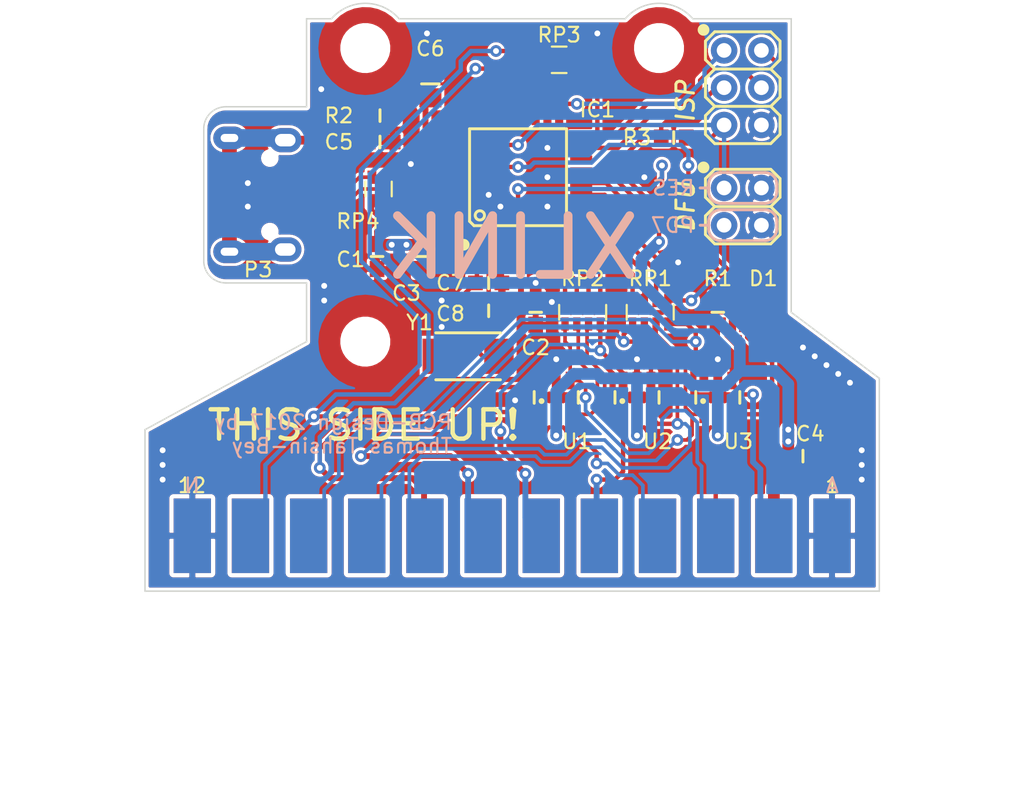
<source format=kicad_pcb>
(kicad_pcb (version 4) (host pcbnew 4.0.5)
  (layers (0 F.Cu signal) (31 B.Cu signal) (34 B.Paste user) (35 F.Paste user) (36 B.SilkS user) (37 F.SilkS user) (38 B.Mask user) (39 F.Mask user) (44 Edge.Cuts user))
  (net 0 "")
  (net 1 "Net-(C6-Pad2)")
  (net 2 "Net-(IC1-Pad29)")
  (net 3 "Net-(IC1-Pad30)")
  (net 4 GND)
  (net 5 "Net-(C7-Pad2)")
  (net 6 "Net-(C8-Pad2)")
  (net 7 "Net-(CON1-PadC)")
  (net 8 "Net-(CON1-PadD)")
  (net 9 "Net-(CON1-PadE)")
  (net 10 "Net-(CON1-PadF)")
  (net 11 "Net-(CON1-PadH)")
  (net 12 "Net-(CON1-PadJ)")
  (net 13 "Net-(CON1-PadK)")
  (net 14 "Net-(CON1-PadL)")
  (net 15 "Net-(IC1-Pad6)")
  (net 16 "Net-(IC1-Pad7)")
  (net 17 "Net-(IC1-Pad8)")
  (net 18 "Net-(IC1-Pad9)")
  (net 19 "Net-(IC1-Pad10)")
  (net 20 "Net-(IC1-Pad11)")
  (net 21 "Net-(IC1-Pad12)")
  (net 22 "Net-(IC1-Pad13)")
  (net 23 +5V)
  (net 24 "Net-(C5-Pad1)")
  (net 25 "Net-(CON1-Pad3)")
  (net 26 "Net-(CON1-Pad8)")
  (net 27 "Net-(CON1-PadB)")
  (net 28 "Net-(CON1-PadM)")
  (net 29 "Net-(D1-Pad1)")
  (net 30 "Net-(IC1-Pad5)")
  (net 31 "Net-(IC1-Pad15)")
  (net 32 "Net-(IC1-Pad16)")
  (net 33 "Net-(IC1-Pad17)")
  (net 34 "Net-(IC1-Pad18)")
  (net 35 "Net-(IC1-Pad24)")
  (net 36 "Net-(P3-Pad2)")
  (net 37 "Net-(P3-Pad3)")
  (module TTB_MyLib:TTB_C64_Userport (layer F.Cu) (at 155 112.5)
    (fp_text reference CON1 hide)
    (fp_text value C64_Userport hide)
    (pad 7 connect rect (at -1.9788 -1.27) (size 2.54 5.08) (layers F.Cu F.Mask) (clearance 0.3))
    (pad 6 connect rect (at 1.9788 -1.27) (size 2.54 5.08) (layers F.Cu F.Mask) (clearance 0.3))
    (pad 1 connect rect (at 21.7788 -1.27) (size 2.54 5.08) (layers F.Cu F.Mask) (net 4 GND) (clearance 0.3) (thermal_gap 0.3))
    (pad 2 connect rect (at 17.8188 -1.27) (size 2.54 5.08) (layers F.Cu F.Mask) (net 23 +5V) (clearance 0.3))
    (pad 3 connect rect (at 13.8588 -1.27) (size 2.54 5.08) (layers F.Cu F.Mask) (net 25 "Net-(CON1-Pad3)") (clearance 0.3))
    (pad 10 connect rect (at -13.8588 -1.27) (size 2.54 5.08) (layers F.Cu F.Mask) (clearance 0.3))
    (pad 11 connect rect (at -17.8188 -1.27) (size 2.54 5.08) (layers F.Cu F.Mask) (clearance 0.3))
    (pad 12 connect rect (at -21.7788 -1.27) (size 2.54 5.08) (layers F.Cu F.Mask) (net 4 GND) (clearance 0.3) (thermal_gap 0.3))
    (pad 4 connect rect (at 9.8988 -1.27) (size 2.54 5.08) (layers F.Cu F.Mask) (clearance 0.3))
    (pad 9 connect rect (at -9.8988 -1.27) (size 2.54 5.08) (layers F.Cu F.Mask) (clearance 0.3))
    (pad 5 connect rect (at 5.9388 -1.27) (size 2.54 5.08) (layers F.Cu F.Mask) (clearance 0.3))
    (pad 8 connect rect (at -5.9388 -1.27) (size 2.54 5.08) (layers F.Cu F.Mask) (net 26 "Net-(CON1-Pad8)") (clearance 0.3))
    (pad A connect rect (at 21.7788 -1.27) (size 2.54 5.08) (layers B.Cu B.Mask) (net 4 GND) (clearance 0.3) (thermal_gap 0.3))
    (pad B connect rect (at 17.8188 -1.27) (size 2.54 5.08) (layers B.Cu B.Mask) (net 27 "Net-(CON1-PadB)") (clearance 0.3))
    (pad C connect rect (at 13.8588 -1.27) (size 2.54 5.08) (layers B.Cu B.Mask) (net 7 "Net-(CON1-PadC)") (clearance 0.3))
    (pad D connect rect (at 9.8988 -1.27) (size 2.54 5.08) (layers B.Cu B.Mask) (net 8 "Net-(CON1-PadD)") (clearance 0.3))
    (pad E connect rect (at 5.9388 -1.27) (size 2.54 5.08) (layers B.Cu B.Mask) (net 9 "Net-(CON1-PadE)") (clearance 0.3))
    (pad F connect rect (at 1.9788 -1.27) (size 2.54 5.08) (layers B.Cu B.Mask) (net 10 "Net-(CON1-PadF)") (clearance 0.3))
    (pad H connect rect (at -1.9788 -1.27) (size 2.54 5.08) (layers B.Cu B.Mask) (net 11 "Net-(CON1-PadH)") (clearance 0.3))
    (pad J connect rect (at -5.9388 -1.27) (size 2.54 5.08) (layers B.Cu B.Mask) (net 12 "Net-(CON1-PadJ)") (clearance 0.3))
    (pad K connect rect (at -9.8988 -1.27) (size 2.54 5.08) (layers B.Cu B.Mask) (net 13 "Net-(CON1-PadK)") (clearance 0.3))
    (pad L connect rect (at -13.8588 -1.27) (size 2.54 5.08) (layers B.Cu B.Mask) (net 14 "Net-(CON1-PadL)") (clearance 0.3))
    (pad M connect rect (at -17.8188 -1.27) (size 2.54 5.08) (layers B.Cu B.Mask) (net 28 "Net-(CON1-PadM)") (clearance 0.3))
    (pad N connect rect (at -21.7788 -1.27) (size 2.54 5.08) (layers B.Cu B.Mask) (net 4 GND) (clearance 0.3) (thermal_gap 0.3))
  )
  (module Mounting_Holes:MountingHole_3mm (layer F.Cu) (at 145 78)
    (fp_text reference MH1 hide)
    (fp_text value Hole)
    (pad 1 np_thru_hole circle (at 0 0) (size 3 3) (drill 3) (layers *.Cu *.Mask))
  )
  (module Mounting_Holes:MountingHole_3mm (layer F.Cu) (at 165 78)
    (fp_text reference MH2 hide)
    (fp_text value Hole)
    (pad 1 np_thru_hole circle (at 0 0) (size 3 3) (drill 3) (layers *.Cu *.Mask))
  )
  (module Mounting_Holes:MountingHole_3mm (layer F.Cu) (at 145 98)
    (fp_text reference MH3 hide)
    (fp_text value Hole)
    (pad 1 np_thru_hole circle (at 0 0) (size 3 3) (drill 3) (layers *.Cu *.Mask))
  )
  (module TTB_MyLib:TTB_RNet1206_2R (layer F.Cu) (at 145.9 87.6 180)
    (fp_text reference RP4 (at 1.4 -2.2 360) (layer F.SilkS))
    (fp_text value 22 hide)
    (pad 1 smd rect (at -0.45 0.8 180) (size 0.6 0.9) (layers F.Cu F.Paste F.Mask) (net 37 "Net-(P3-Pad3)"))
    (pad 2 smd rect (at 0.45 0.8 180) (size 0.6 0.9) (layers F.Cu F.Paste F.Mask) (net 36 "Net-(P3-Pad2)"))
    (pad 3 smd rect (at 0.45 -0.8 180) (size 0.6 0.9) (layers F.Cu F.Paste F.Mask) (net 3 "Net-(IC1-Pad30)"))
    (pad 4 smd rect (at -0.45 -0.8 180) (size 0.6 0.9) (layers F.Cu F.Paste F.Mask) (net 2 "Net-(IC1-Pad29)"))
  )
  (module TTB_MyLib:TTB_RNet1206_2R (layer F.Cu) (at 158.2 78.8 90)
    (fp_text reference RP3 (at 1.7 0 180) (layer F.SilkS))
    (fp_text value 1k8 hide)
    (pad 1 smd rect (at -0.45 0.8 90) (size 0.6 0.9) (layers F.Cu F.Paste F.Mask) (net 34 "Net-(IC1-Pad18)"))
    (pad 2 smd rect (at 0.45 0.8 90) (size 0.6 0.9) (layers F.Cu F.Paste F.Mask) (net 32 "Net-(IC1-Pad16)"))
    (pad 3 smd rect (at 0.45 -0.8 90) (size 0.6 0.9) (layers F.Cu F.Paste F.Mask) (net 28 "Net-(CON1-PadM)"))
    (pad 4 smd rect (at -0.45 -0.8 90) (size 0.6 0.9) (layers F.Cu F.Paste F.Mask) (net 26 "Net-(CON1-Pad8)"))
  )
  (module TTB_MyLib:TTB_C0603wide (layer F.Cu) (at 153.4 94 180)
    (fp_text reference C7 (at 2.6 0 180) (layer F.SilkS))
    (fp_text value 22pF hide)
    (pad 1 smd rect (at -0.9 0 180) (size 1 1) (layers F.Cu F.Paste F.Mask) (net 4 GND))
    (pad 2 smd rect (at 0.9 0 180) (size 1 1) (layers F.Cu F.Paste F.Mask) (net 5 "Net-(C7-Pad2)"))
  )
  (module TTB_MyLib:TTB_C0603wide (layer F.Cu) (at 153.4 95.9 180)
    (fp_text reference C8 (at 2.6 -0.2 180) (layer F.SilkS))
    (fp_text value 22pF hide)
    (pad 1 smd rect (at -0.9 0 180) (size 1 1) (layers F.Cu F.Paste F.Mask) (net 4 GND))
    (pad 2 smd rect (at 0.9 0 180) (size 1 1) (layers F.Cu F.Paste F.Mask) (net 6 "Net-(C8-Pad2)"))
  )
  (module TTB_MyLib:TTB_Pinhead_2x2 (layer F.Cu) (at 170.7 88.8 270)
    (fp_text reference P2 hide)
    (fp_text value DFU hide)
    (pad 1 thru_hole circle (at -1.27 1.27 270) (size 1.8 1.8) (drill 1) (layers *.Cu *.Mask) (net 35 "Net-(IC1-Pad24)"))
    (pad 2 thru_hole circle (at -1.27 -1.27 270) (size 1.8 1.8) (drill 1) (layers *.Cu *.Mask) (net 4 GND))
    (pad 3 thru_hole circle (at 1.27 1.27 270) (size 1.8 1.8) (drill 1) (layers *.Cu *.Mask) (net 22 "Net-(IC1-Pad13)"))
    (pad 4 thru_hole circle (at 1.27 -1.27 270) (size 1.8 1.8) (drill 1) (layers *.Cu *.Mask) (net 4 GND))
  )
  (module TTB_MyLib:TTB_Pinhead_2x3 (layer F.Cu) (at 170.7 80.7 270)
    (fp_text reference P1 hide)
    (fp_text value ISP hide)
    (pad 1 thru_hole circle (at -2.54 1.27 270) (size 1.8 1.8) (drill 1) (layers *.Cu *.Mask) (net 33 "Net-(IC1-Pad17)"))
    (pad 2 thru_hole circle (at -2.54 -1.27 270) (size 1.8 1.8) (drill 1) (layers *.Cu *.Mask) (net 23 +5V))
    (pad 3 thru_hole circle (at 0 1.27 270) (size 1.8 1.8) (drill 1) (layers *.Cu *.Mask) (net 31 "Net-(IC1-Pad15)"))
    (pad 4 thru_hole circle (at 0 -1.27 270) (size 1.8 1.8) (drill 1) (layers *.Cu *.Mask) (net 32 "Net-(IC1-Pad16)"))
    (pad 5 thru_hole circle (at 2.54 1.27 270) (size 1.8 1.8) (drill 1) (layers *.Cu *.Mask) (net 35 "Net-(IC1-Pad24)"))
    (pad 6 thru_hole circle (at 2.54 -1.27 270) (size 1.8 1.8) (drill 1) (layers *.Cu *.Mask) (net 4 GND))
  )
  (module TTB_MyLib:TTB_TQFP32 (layer F.Cu) (at 155.4 86.8 90)
    (fp_text reference IC1 (at 4.6 5.4 180) (layer F.SilkS))
    (fp_text value AT90USB162 hide)
    (pad 1 smd rect (at -4.3 -2.8 90) (size 1.5 0.55) (layers F.Cu F.Paste F.Mask) (net 5 "Net-(C7-Pad2)"))
    (pad 2 smd rect (at -4.3 -2 90) (size 1.5 0.55) (layers F.Cu F.Paste F.Mask) (net 6 "Net-(C8-Pad2)"))
    (pad 3 smd rect (at -4.3 -1.2 90) (size 1.5 0.55) (layers F.Cu F.Paste F.Mask) (net 4 GND))
    (pad 4 smd rect (at -4.3 -0.4 90) (size 1.5 0.55) (layers F.Cu F.Paste F.Mask) (net 23 +5V))
    (pad 5 smd rect (at -4.3 0.4 90) (size 1.5 0.55) (layers F.Cu F.Paste F.Mask) (net 30 "Net-(IC1-Pad5)"))
    (pad 6 smd rect (at -4.3 1.2 90) (size 1.5 0.55) (layers F.Cu F.Paste F.Mask) (net 15 "Net-(IC1-Pad6)"))
    (pad 7 smd rect (at -4.3 2 90) (size 1.5 0.55) (layers F.Cu F.Paste F.Mask) (net 16 "Net-(IC1-Pad7)"))
    (pad 8 smd rect (at -4.3 2.8 90) (size 1.5 0.55) (layers F.Cu F.Paste F.Mask) (net 17 "Net-(IC1-Pad8)"))
    (pad 9 smd rect (at -2.8 4.3 90) (size 0.55 1.5) (layers F.Cu F.Paste F.Mask) (net 18 "Net-(IC1-Pad9)"))
    (pad 10 smd rect (at -2 4.3 90) (size 0.55 1.5) (layers F.Cu F.Paste F.Mask) (net 19 "Net-(IC1-Pad10)"))
    (pad 11 smd rect (at -1.2 4.3 90) (size 0.55 1.5) (layers F.Cu F.Paste F.Mask) (net 20 "Net-(IC1-Pad11)"))
    (pad 12 smd rect (at -0.4 4.3 90) (size 0.55 1.5) (layers F.Cu F.Paste F.Mask) (net 21 "Net-(IC1-Pad12)"))
    (pad 13 smd rect (at 0.4 4.3 90) (size 0.55 1.5) (layers F.Cu F.Paste F.Mask) (net 22 "Net-(IC1-Pad13)"))
    (pad 14 smd rect (at 1.2 4.3 90) (size 0.55 1.5) (layers F.Cu F.Paste F.Mask))
    (pad 15 smd rect (at 2 4.3 90) (size 0.55 1.5) (layers F.Cu F.Paste F.Mask) (net 31 "Net-(IC1-Pad15)"))
    (pad 16 smd rect (at 2.8 4.3 90) (size 0.55 1.5) (layers F.Cu F.Paste F.Mask) (net 32 "Net-(IC1-Pad16)"))
    (pad 17 smd rect (at 4.3 2.8 90) (size 1.5 0.55) (layers F.Cu F.Paste F.Mask) (net 33 "Net-(IC1-Pad17)"))
    (pad 18 smd rect (at 4.3 2 90) (size 1.5 0.55) (layers F.Cu F.Paste F.Mask) (net 34 "Net-(IC1-Pad18)"))
    (pad 19 smd rect (at 4.3 1.2 90) (size 1.5 0.55) (layers F.Cu F.Paste F.Mask))
    (pad 20 smd rect (at 4.3 0.4 90) (size 1.5 0.55) (layers F.Cu F.Paste F.Mask))
    (pad 21 smd rect (at 4.3 -0.4 90) (size 1.5 0.55) (layers F.Cu F.Paste F.Mask))
    (pad 22 smd rect (at 4.3 -1.2 90) (size 1.5 0.55) (layers F.Cu F.Paste F.Mask))
    (pad 23 smd rect (at 4.3 -2 90) (size 1.5 0.55) (layers F.Cu F.Paste F.Mask))
    (pad 24 smd rect (at 4.3 -2.8 90) (size 1.5 0.55) (layers F.Cu F.Paste F.Mask) (net 35 "Net-(IC1-Pad24)"))
    (pad 25 smd rect (at 2.8 -4.3 90) (size 0.55 1.5) (layers F.Cu F.Paste F.Mask) (net 29 "Net-(D1-Pad1)"))
    (pad 26 smd rect (at 2 -4.3 90) (size 0.55 1.5) (layers F.Cu F.Paste F.Mask))
    (pad 27 smd rect (at 1.2 -4.3 90) (size 0.55 1.5) (layers F.Cu F.Paste F.Mask) (net 1 "Net-(C6-Pad2)"))
    (pad 28 smd rect (at 0.4 -4.3 90) (size 0.55 1.5) (layers F.Cu F.Paste F.Mask) (net 4 GND))
    (pad 29 smd rect (at -0.4 -4.3 90) (size 0.55 1.5) (layers F.Cu F.Paste F.Mask) (net 2 "Net-(IC1-Pad29)"))
    (pad 30 smd rect (at -1.2 -4.3 90) (size 0.55 1.5) (layers F.Cu F.Paste F.Mask) (net 3 "Net-(IC1-Pad30)"))
    (pad 31 smd rect (at -2 -4.3 90) (size 0.55 1.5) (layers F.Cu F.Paste F.Mask) (net 23 +5V))
    (pad 32 smd rect (at -2.8 -4.3 90) (size 0.55 1.5) (layers F.Cu F.Paste F.Mask) (net 23 +5V))
  )
  (module TTB_MyLib:TTB_C0603 (layer F.Cu) (at 146 84.4)
    (fp_text reference C5 (at -2.8 0) (layer F.SilkS))
    (fp_text value 4,7nF hide)
    (pad 1 smd rect (at -0.85 0) (size 1.1 1) (layers F.Cu F.Paste F.Mask) (net 24 "Net-(C5-Pad1)"))
    (pad 2 smd rect (at 0.85 0) (size 1.1 1) (layers F.Cu F.Paste F.Mask) (net 4 GND))
  )
  (module TTB_MyLib:TTB_C0603 (layer F.Cu) (at 174.8 105.8 180)
    (fp_text reference C4 (at -0.5 1.524 180) (layer F.SilkS))
    (fp_text value C hide)
    (pad 1 smd rect (at -0.85 0 180) (size 1.1 1) (layers F.Cu F.Paste F.Mask) (net 4 GND))
    (pad 2 smd rect (at 0.85 0 180) (size 1.1 1) (layers F.Cu F.Paste F.Mask) (net 23 +5V))
  )
  (module TTB_MyLib:TTB_C0603 (layer F.Cu) (at 148.8 92.2 90)
    (fp_text reference C3 (at -2.5 -1 180) (layer F.SilkS))
    (fp_text value 100nF hide)
    (pad 1 smd rect (at -0.85 0 90) (size 1.1 1) (layers F.Cu F.Paste F.Mask) (net 4 GND))
    (pad 2 smd rect (at 0.85 0 90) (size 1.1 1) (layers F.Cu F.Paste F.Mask) (net 23 +5V))
  )
  (module TTB_MyLib:TTB_C0603 (layer F.Cu) (at 156.6 96 90)
    (fp_text reference C2 (at -2.4 0 180) (layer F.SilkS))
    (fp_text value 100nF hide)
    (pad 1 smd rect (at -0.85 0 90) (size 1.1 1) (layers F.Cu F.Paste F.Mask) (net 4 GND))
    (pad 2 smd rect (at 0.85 0 90) (size 1.1 1) (layers F.Cu F.Paste F.Mask) (net 23 +5V))
  )
  (module TTB_MyLib:TTB_C0603 (layer F.Cu) (at 145.8 92.2 90)
    (fp_text reference C1 (at -0.2 -1.8 180) (layer F.SilkS))
    (fp_text value 100nF hide)
    (pad 1 smd rect (at -0.85 0 90) (size 1.1 1) (layers F.Cu F.Paste F.Mask) (net 4 GND))
    (pad 2 smd rect (at 0.85 0 90) (size 1.1 1) (layers F.Cu F.Paste F.Mask) (net 23 +5V))
  )
  (module TTB_MyLib:TTB_R0603 (layer F.Cu) (at 146 82.6 180)
    (fp_text reference R2 (at 2.8 0 180) (layer F.SilkS))
    (fp_text value 1M hide)
    (pad 1 smd rect (at -0.85 0 180) (size 1 1.1) (layers F.Cu F.Paste F.Mask) (net 4 GND))
    (pad 2 smd rect (at 0.85 0 180) (size 1 1.1) (layers F.Cu F.Paste F.Mask) (net 24 "Net-(C5-Pad1)"))
  )
  (module TTB_MyLib:TTB_R0603 (layer F.Cu) (at 169 96 90)
    (fp_text reference R1 (at 2.3 0 180) (layer F.SilkS))
    (fp_text value 180 hide)
    (pad 1 smd rect (at -0.85 0 90) (size 1 1.1) (layers F.Cu F.Paste F.Mask) (net 27 "Net-(CON1-PadB)"))
    (pad 2 smd rect (at 0.85 0 90) (size 1 1.1) (layers F.Cu F.Paste F.Mask) (net 30 "Net-(IC1-Pad5)"))
  )
  (module TTB_MyLib:TTB_C0805 (layer F.Cu) (at 149.431 80.44 270)
    (fp_text reference C6 (at -2.4 0 360) (layer F.SilkS))
    (fp_text value 1µF hide)
    (pad 1 smd rect (at -0.95 0 270) (size 1.3 1.5) (layers F.Cu F.Paste F.Mask) (net 4 GND))
    (pad 2 smd rect (at 0.95 0 270) (size 1.3 1.5) (layers F.Cu F.Paste F.Mask) (net 1 "Net-(C6-Pad2)"))
  )
  (module TTB_MyLib:TTB_RNet1206_4R (layer F.Cu) (at 159.8 96 180)
    (fp_text reference RP2 (at 0 2.3 180) (layer F.SilkS))
    (fp_text value 470 hide)
    (pad 1 smd rect (at -1.2 0.8 180) (size 0.5 0.9) (layers F.Cu F.Paste F.Mask) (net 18 "Net-(IC1-Pad9)"))
    (pad 2 smd rect (at -0.4 0.8 180) (size 0.5 0.9) (layers F.Cu F.Paste F.Mask) (net 17 "Net-(IC1-Pad8)"))
    (pad 3 smd rect (at 0.4 0.8 180) (size 0.5 0.9) (layers F.Cu F.Paste F.Mask) (net 16 "Net-(IC1-Pad7)"))
    (pad 4 smd rect (at 1.2 0.8 180) (size 0.5 0.9) (layers F.Cu F.Paste F.Mask) (net 15 "Net-(IC1-Pad6)"))
    (pad 5 smd rect (at 1.2 -0.8 180) (size 0.5 0.9) (layers F.Cu F.Paste F.Mask) (net 7 "Net-(CON1-PadC)"))
    (pad 6 smd rect (at 0.4 -0.8 180) (size 0.5 0.9) (layers F.Cu F.Paste F.Mask) (net 8 "Net-(CON1-PadD)"))
    (pad 7 smd rect (at -0.4 -0.8 180) (size 0.5 0.9) (layers F.Cu F.Paste F.Mask) (net 9 "Net-(CON1-PadE)"))
    (pad 8 smd rect (at -1.2 -0.8 180) (size 0.5 0.9) (layers F.Cu F.Paste F.Mask) (net 10 "Net-(CON1-PadF)"))
  )
  (module TTB_MyLib:TTB_RNet1206_4R (layer F.Cu) (at 164.4 96 180)
    (fp_text reference RP1 (at 0 2.3 180) (layer F.SilkS))
    (fp_text value 470 hide)
    (pad 1 smd rect (at -1.2 0.8 180) (size 0.5 0.9) (layers F.Cu F.Paste F.Mask) (net 22 "Net-(IC1-Pad13)"))
    (pad 2 smd rect (at -0.4 0.8 180) (size 0.5 0.9) (layers F.Cu F.Paste F.Mask) (net 21 "Net-(IC1-Pad12)"))
    (pad 3 smd rect (at 0.4 0.8 180) (size 0.5 0.9) (layers F.Cu F.Paste F.Mask) (net 20 "Net-(IC1-Pad11)"))
    (pad 4 smd rect (at 1.2 0.8 180) (size 0.5 0.9) (layers F.Cu F.Paste F.Mask) (net 19 "Net-(IC1-Pad10)"))
    (pad 5 smd rect (at 1.2 -0.8 180) (size 0.5 0.9) (layers F.Cu F.Paste F.Mask) (net 11 "Net-(CON1-PadH)"))
    (pad 6 smd rect (at 0.4 -0.8 180) (size 0.5 0.9) (layers F.Cu F.Paste F.Mask) (net 12 "Net-(CON1-PadJ)"))
    (pad 7 smd rect (at -0.4 -0.8 180) (size 0.5 0.9) (layers F.Cu F.Paste F.Mask) (net 13 "Net-(CON1-PadK)"))
    (pad 8 smd rect (at -1.2 -0.8 180) (size 0.5 0.9) (layers F.Cu F.Paste F.Mask) (net 14 "Net-(CON1-PadL)"))
  )
  (module TTB_MyLib:TTB_D0603 (layer F.Cu) (at 171 96 270)
    (fp_text reference D1 (at -2.3 -1.1 360) (layer F.SilkS))
    (fp_text value D hide)
    (pad 1 smd rect (at -0.85 0 270) (size 1 1.1) (layers F.Cu F.Paste F.Mask) (net 29 "Net-(D1-Pad1)"))
    (pad 2 smd rect (at 0.85 0 270) (size 1 1.1) (layers F.Cu F.Paste F.Mask) (net 25 "Net-(CON1-Pad3)"))
  )
  (module TTB_MyLib:TTB_USB-B_Micro_Würth (layer F.Cu) (at 138.5 88 90)
    (fp_text reference P3 (at -5.1 -0.8 180) (layer F.SilkS))
    (fp_text value USB hide)
    (pad 1 smd rect (at 1.375 1.4 90) (size 0.6 2) (layers F.Cu F.Paste F.Mask))
    (pad 2 smd rect (at 0.65 1.4 90) (size 0.45 2) (layers F.Cu F.Paste F.Mask) (net 36 "Net-(P3-Pad2)"))
    (pad 4 smd rect (at -0.65 1.4 90) (size 0.45 2) (layers F.Cu F.Paste F.Mask))
    (pad 5 smd rect (at -1.375 1.4 90) (size 0.6 2) (layers F.Cu F.Paste F.Mask) (net 4 GND))
    (pad 3 smd rect (at 0 1.4 90) (size 0.45 2) (layers F.Cu F.Paste F.Mask) (net 37 "Net-(P3-Pad3)"))
    (pad "" np_thru_hole circle (at 2.5 0 90) (size 0.8 0.8) (drill 0.8) (layers *.Cu *.Mask))
    (pad "" np_thru_hole circle (at -2.5 0 90) (size 0.8 0.8) (drill 0.8) (layers *.Cu *.Mask))
    (pad 6 thru_hole oval (at 3.725 1.05 90) (size 1.65 2.2) (drill oval 0.85 1.4) (layers *.Cu *.Mask) (net 24 "Net-(C5-Pad1)"))
    (pad 6 thru_hole oval (at -3.725 1.05 90) (size 1.65 2.2) (drill oval 0.85 1.4) (layers *.Cu *.Mask) (net 24 "Net-(C5-Pad1)"))
    (pad 6 thru_hole oval (at 3.875 -2.75 90) (size 1.55 2.2) (drill oval 0.55 1.2) (layers *.Cu *.Mask) (net 24 "Net-(C5-Pad1)"))
    (pad 6 thru_hole oval (at -3.875 -2.75 90) (size 1.55 2.2) (drill oval 0.55 1.2) (layers *.Cu *.Mask) (net 24 "Net-(C5-Pad1)"))
  )
  (module TTB_MyLib:TTB_SOT23-6L (layer F.Cu) (at 158 101.8)
    (fp_text reference U1 (at 1.4 3) (layer F.SilkS))
    (fp_text value DALC208 hide)
    (pad 1 smd rect (at -0.95 1.15) (size 0.6 1.2) (layers F.Cu F.Paste F.Mask) (net 26 "Net-(CON1-Pad8)"))
    (pad 2 smd rect (at 0 1.15) (size 0.6 1.2) (layers F.Cu F.Paste F.Mask) (net 23 +5V))
    (pad 3 smd rect (at 0.95 1.15) (size 0.6 1.2) (layers F.Cu F.Paste F.Mask) (net 8 "Net-(CON1-PadD)"))
    (pad 4 smd rect (at 0.95 -1.15) (size 0.6 1.2) (layers F.Cu F.Paste F.Mask) (net 7 "Net-(CON1-PadC)"))
    (pad 5 smd rect (at 0 -1.15) (size 0.6 1.2) (layers F.Cu F.Paste F.Mask) (net 4 GND))
    (pad 6 smd rect (at -0.95 -1.15) (size 0.6 1.2) (layers F.Cu F.Paste F.Mask) (net 28 "Net-(CON1-PadM)"))
  )
  (module TTB_MyLib:TTB_SOT23-6L (layer F.Cu) (at 163.5 101.8)
    (fp_text reference U2 (at 1.4 3) (layer F.SilkS))
    (fp_text value DALC208 hide)
    (pad 1 smd rect (at -0.95 1.15) (size 0.6 1.2) (layers F.Cu F.Paste F.Mask) (net 9 "Net-(CON1-PadE)"))
    (pad 2 smd rect (at 0 1.15) (size 0.6 1.2) (layers F.Cu F.Paste F.Mask) (net 23 +5V))
    (pad 3 smd rect (at 0.95 1.15) (size 0.6 1.2) (layers F.Cu F.Paste F.Mask) (net 12 "Net-(CON1-PadJ)"))
    (pad 4 smd rect (at 0.95 -1.15) (size 0.6 1.2) (layers F.Cu F.Paste F.Mask) (net 11 "Net-(CON1-PadH)"))
    (pad 5 smd rect (at 0 -1.15) (size 0.6 1.2) (layers F.Cu F.Paste F.Mask) (net 4 GND))
    (pad 6 smd rect (at -0.95 -1.15) (size 0.6 1.2) (layers F.Cu F.Paste F.Mask) (net 10 "Net-(CON1-PadF)"))
  )
  (module TTB_MyLib:TTB_SOT23-6L (layer F.Cu) (at 169 101.8)
    (fp_text reference U3 (at 1.4 3) (layer F.SilkS))
    (fp_text value DALC208 hide)
    (pad 1 smd rect (at -0.95 1.15) (size 0.6 1.2) (layers F.Cu F.Paste F.Mask) (net 13 "Net-(CON1-PadK)"))
    (pad 2 smd rect (at 0 1.15) (size 0.6 1.2) (layers F.Cu F.Paste F.Mask) (net 23 +5V))
    (pad 3 smd rect (at 0.95 1.15) (size 0.6 1.2) (layers F.Cu F.Paste F.Mask) (net 25 "Net-(CON1-Pad3)"))
    (pad 4 smd rect (at 0.95 -1.15) (size 0.6 1.2) (layers F.Cu F.Paste F.Mask) (net 27 "Net-(CON1-PadB)"))
    (pad 5 smd rect (at 0 -1.15) (size 0.6 1.2) (layers F.Cu F.Paste F.Mask) (net 4 GND))
    (pad 6 smd rect (at -0.95 -1.15) (size 0.6 1.2) (layers F.Cu F.Paste F.Mask) (net 14 "Net-(CON1-PadL)"))
  )
  (module TTB_MyLib:TTB_7A (layer F.Cu) (at 152 99)
    (fp_text reference Y1 (at -3.3 -2.3) (layer F.SilkS))
    (fp_text value 8MHz hide)
    (pad 2 smd rect (at 2.1 0) (size 2 2.4) (layers F.Cu F.Paste F.Mask) (net 6 "Net-(C8-Pad2)"))
    (pad 1 smd rect (at -2.1 0) (size 2 2.4) (layers F.Cu F.Paste F.Mask) (net 5 "Net-(C7-Pad2)"))
  )
  (module TTB_MyLib:TTB_R0603 (layer F.Cu) (at 166 84.1 180)
    (fp_text reference R3 (at 2.5 0 180) (layer F.SilkS))
    (fp_text value 10k hide)
    (pad 1 smd rect (at -0.85 0 180) (size 1 1.1) (layers F.Cu F.Paste F.Mask) (net 35 "Net-(IC1-Pad24)"))
    (pad 2 smd rect (at 0.85 0 180) (size 1 1.1) (layers F.Cu F.Paste F.Mask) (net 23 +5V))
  )
  (gr_circle (center 151.7 91.4) (end 151.9 91.4) (layer F.SilkS) (width 0.4))
  (gr_arc (start 135.5 92.5) (end 135.5 94) (angle 90) (layer Edge.Cuts) (width 0.1))
  (gr_arc (start 135.5 83.5) (end 134 83.5) (angle 90) (layer Edge.Cuts) (width 0.1))
  (gr_text "THIS SIDE UP!" (at 144.9 103.7) (layer F.SilkS) (effects (font (size 2 2) (thickness 0.3))))
  (gr_text XLINK (at 155 91.6) (layer B.SilkS) (effects (font (size 4 4) (thickness 0.6)) (justify mirror)))
  (gr_arc (start 169.18 87.78) (end 169.18 88.58) (angle 90) (layer B.SilkS) (width 0.2))
  (gr_arc (start 169.18 87.28) (end 168.38 87.28) (angle 90) (layer B.SilkS) (width 0.2))
  (gr_arc (start 169.18 90.32) (end 169.18 91.12) (angle 90) (layer B.SilkS) (width 0.2))
  (gr_arc (start 169.18 89.82) (end 168.38 89.82) (angle 90) (layer B.SilkS) (width 0.2))
  (gr_arc (start 172.22 87.28) (end 172.22 86.48) (angle 90) (layer B.SilkS) (width 0.2))
  (gr_arc (start 172.22 89.82) (end 172.22 89.02) (angle 90) (layer B.SilkS) (width 0.2))
  (gr_arc (start 172.22 90.32) (end 173.02 90.32) (angle 90) (layer B.SilkS) (width 0.2))
  (gr_arc (start 172.22 87.78) (end 173.02 87.78) (angle 90) (layer B.SilkS) (width 0.2))
  (gr_line (start 173.02 87.78) (end 173.02 87.28) (layer B.SilkS) (width 0.2))
  (gr_line (start 168.38 87.78) (end 168.38 87.28) (layer B.SilkS) (width 0.2))
  (gr_line (start 173.02 90.32) (end 173.02 89.82) (layer B.SilkS) (width 0.2))
  (gr_line (start 168.38 90.32) (end 168.38 89.82) (layer B.SilkS) (width 0.2))
  (gr_line (start 169.18 91.12) (end 172.22 91.12) (layer B.SilkS) (width 0.2))
  (gr_line (start 169.18 89.02) (end 172.22 89.02) (layer B.SilkS) (width 0.2))
  (gr_line (start 169.18 88.58) (end 172.22 88.58) (layer B.SilkS) (width 0.2))
  (gr_line (start 169.18 86.48) (end 172.22 86.48) (layer B.SilkS) (width 0.2))
  (gr_line (start 167.8 90.07) (end 168.38 90.07) (angle 90) (layer B.SilkS) (width 0.2))
  (gr_line (start 167.8 87.53) (end 168.38 87.53) (angle 90) (layer B.SilkS) (width 0.2))
  (gr_text PD7 (at 167.5 90.07) (layer B.SilkS) (effects (font (size 1 1)) (justify left mirror)))
  (gr_text RES (at 167.5 87.53) (layer B.SilkS) (effects (font (size 1 1)) (justify left mirror)))
  (gr_circle (center 168.03 86.13) (end 168.23 86.13) (layer F.SilkS) (width 0.4))
  (gr_circle (center 168.03 76.76) (end 168.23 76.76) (layer F.SilkS) (width 0.4))
  (gr_text DFU (at 166.8 88.8 90) (layer F.SilkS) (effects (font (size 1.2 1.2) (thickness 0.2) italic)))
  (gr_text ISP (at 166.8 81.6 90) (layer F.SilkS) (effects (font (size 1.2 1.2) (thickness 0.2) italic)))
  (gr_text "PCB-Design 2017 by\nThomas Tahsin-Bey" (at 151 104.3) (layer B.SilkS) (effects (font (size 1 1)) (justify left mirror)))
  (gr_text A (at 176.8 107.8) (layer B.SilkS) (effects (font (size 1 1)) (justify mirror)))
  (gr_text N (at 133.2 107.8) (layer B.SilkS) (effects (font (size 1 1)) (justify mirror)))
  (gr_text 1 (at 176.8 107.8) (layer F.SilkS) (effects (font (size 1 1))))
  (gr_text 12 (at 133.2 107.8) (layer F.SilkS) (effects (font (size 1 1))))
  (gr_arc (start 165 78) (end 162.7 76) (angle 97.9818262) (layer Edge.Cuts) (width 0.1))
  (gr_arc (start 145 78) (end 142.7 76) (angle 97.9818262) (layer Edge.Cuts) (width 0.1))
  (gr_line (start 147.3 76) (end 162.7 76) (layer Edge.Cuts) (width 0.1))
  (gr_line (start 167.3 76) (end 174 76) (layer Edge.Cuts) (width 0.1))
  (gr_line (start 141 76) (end 142.7 76) (layer Edge.Cuts) (width 0.1))
  (gr_line (start 141 76) (end 141 82) (layer Edge.Cuts) (width 0.1))
  (gr_line (start 130 104) (end 141 98) (layer Edge.Cuts) (width 0.1))
  (gr_line (start 135.5 82) (end 141 82) (layer Edge.Cuts) (width 0.1))
  (gr_line (start 135.5 94) (end 141 94) (layer Edge.Cuts) (width 0.1))
  (gr_line (start 134 83.5) (end 134 92.5) (layer Edge.Cuts) (width 0.1))
  (gr_line (start 141 94) (end 141 98) (layer Edge.Cuts) (width 0.1))
  (gr_line (start 174 76) (end 174 96) (layer Edge.Cuts) (width 0.1))
  (gr_line (start 174 96) (end 180 100.5) (layer Edge.Cuts) (width 0.1))
  (gr_line (start 180 115) (end 180 100.5) (layer Edge.Cuts) (width 0.1))
  (gr_line (start 130 115) (end 130 104) (layer Edge.Cuts) (width 0.1))
  (gr_line (start 130 115) (end 180 115) (layer Edge.Cuts) (width 0.1))
  (segment (start 149.431 81.39) (end 149.431 81.469) (width 0.4) (layer F.Cu) (net 1))
  (segment (start 149.431 81.469) (end 149.1 81.8) (width 0.4) (layer F.Cu) (net 1))
  (segment (start 149.1 81.8) (end 149.1 85.2) (width 0.4) (layer F.Cu) (net 1))
  (segment (start 149.1 85.2) (end 149.5 85.6) (width 0.4) (layer F.Cu) (net 1))
  (segment (start 149.5 85.6) (end 151.1 85.6) (width 0.4) (layer F.Cu) (net 1))
  (segment (start 147.1 88.4) (end 148.3 87.2) (width 0.3) (layer F.Cu) (net 2))
  (segment (start 146.35 88.4) (end 147.1 88.4) (width 0.3) (layer F.Cu) (net 2))
  (segment (start 148.3 87.2) (end 151.1 87.2) (width 0.3) (layer F.Cu) (net 2))
  (segment (start 145.45 88.4) (end 145.45 89.05) (width 0.3) (layer F.Cu) (net 3))
  (segment (start 145.45 89.05) (end 145.7 89.3) (width 0.3) (layer F.Cu) (net 3))
  (segment (start 145.7 89.3) (end 147.1 89.3) (width 0.3) (layer F.Cu) (net 3))
  (segment (start 147.1 89.3) (end 148.4 88) (width 0.3) (layer F.Cu) (net 3))
  (segment (start 148.4 88) (end 151.1 88) (width 0.3) (layer F.Cu) (net 3))
  (segment (start 158 99.2) (end 158.6 99.2) (width 0.25) (layer B.Cu) (net 4))
  (segment (start 162.7 99.4) (end 162.9 99.2) (width 0.25) (layer B.Cu) (net 4))
  (segment (start 158.6 99.2) (end 158.8 99.4) (width 0.25) (layer B.Cu) (net 4))
  (segment (start 158.8 99.4) (end 162.7 99.4) (width 0.25) (layer B.Cu) (net 4))
  (segment (start 162.9 99.2) (end 163.5 99.2) (width 0.25) (layer B.Cu) (net 4))
  (segment (start 158 99.2) (end 155.2 102) (width 0.25) (layer B.Cu) (net 4))
  (segment (start 169 99.2) (end 163.5 99.2) (width 0.25) (layer B.Cu) (net 4))
  (segment (start 165.9 89.2) (end 165.9 92.2) (width 0.25) (layer F.Cu) (net 4))
  (segment (start 165.9 92.2) (end 166.3 92.6) (width 0.25) (layer F.Cu) (net 4))
  (segment (start 164 87.3) (end 165.9 89.2) (width 0.25) (layer F.Cu) (net 4))
  (segment (start 164 86.8) (end 164 87.3) (width 0.25) (layer F.Cu) (net 4))
  (segment (start 150.2 95.2) (end 150.2 97) (width 0.25) (layer F.Cu) (net 4))
  (segment (start 152 95.3) (end 151.9 95.2) (width 0.25) (layer B.Cu) (net 4))
  (segment (start 151.9 95.2) (end 150.2 95.2) (width 0.25) (layer B.Cu) (net 4))
  (segment (start 157.7 95.3) (end 152 95.3) (width 0.25) (layer B.Cu) (net 4))
  (via (at 150.2 97) (size 0.6) (drill 0.4) (layers F.Cu B.Cu) (net 4))
  (via (at 150.2 95.2) (size 0.6) (drill 0.4) (layers F.Cu B.Cu) (net 4))
  (via (at 166.3 92.6) (size 0.6) (drill 0.4) (layers F.Cu B.Cu) (net 4))
  (segment (start 169 100.65) (end 169 99.2) (width 0.4) (layer F.Cu) (net 4))
  (via (at 169 99.2) (size 0.8) (drill 0.4) (layers F.Cu B.Cu) (net 4))
  (segment (start 175.6 99) (end 175.4 99) (width 0.25) (layer F.Cu) (net 4))
  (segment (start 175.4 99) (end 174.8 98.4) (width 0.25) (layer F.Cu) (net 4))
  (segment (start 176.4 99.6) (end 176.2 99.6) (width 0.25) (layer F.Cu) (net 4))
  (segment (start 176.2 99.6) (end 175.6 99) (width 0.25) (layer F.Cu) (net 4))
  (segment (start 177.2 100.2) (end 177 100.2) (width 0.25) (layer F.Cu) (net 4))
  (segment (start 177 100.2) (end 176.4 99.6) (width 0.25) (layer F.Cu) (net 4))
  (segment (start 178 100.8) (end 177.8 100.8) (width 0.25) (layer F.Cu) (net 4))
  (segment (start 177.8 100.8) (end 177.2 100.2) (width 0.25) (layer F.Cu) (net 4))
  (segment (start 178.8 102.4) (end 178.8 101.6) (width 0.25) (layer F.Cu) (net 4))
  (segment (start 178.8 101.6) (end 178 100.8) (width 0.25) (layer F.Cu) (net 4))
  (via (at 178 100.8) (size 0.6) (drill 0.4) (layers F.Cu B.Cu) (net 4))
  (segment (start 142.2 98.2) (end 142.2 95.2) (width 0.25) (layer F.Cu) (net 4))
  (segment (start 151.1 86.4) (end 148.6 86.4) (width 0.25) (layer F.Cu) (net 4))
  (via (at 148.1 85.9) (size 0.6) (drill 0.4) (layers F.Cu B.Cu) (net 4))
  (segment (start 148.6 86.4) (end 148.1 85.9) (width 0.25) (layer F.Cu) (net 4))
  (segment (start 157.35 96.85) (end 157.7 96.5) (width 0.25) (layer F.Cu) (net 4))
  (segment (start 157.7 96.5) (end 157.7 95.5) (width 0.25) (layer F.Cu) (net 4))
  (segment (start 156.6 96.85) (end 157.35 96.85) (width 0.25) (layer F.Cu) (net 4))
  (via (at 157.7 95.3) (size 0.6) (drill 0.4) (layers F.Cu B.Cu) (net 4))
  (via (at 142.2 95.2) (size 0.6) (drill 0.4) (layers F.Cu B.Cu) (net 4))
  (segment (start 142.2 95.2) (end 142.2 94.2) (width 0.25) (layer F.Cu) (net 4))
  (via (at 142.2 94.2) (size 0.6) (drill 0.4) (layers F.Cu B.Cu) (net 4))
  (segment (start 142.2 98.2) (end 135 105.4) (width 0.25) (layer F.Cu) (net 4))
  (segment (start 135 105.4) (end 131.2 105.4) (width 0.25) (layer F.Cu) (net 4))
  (via (at 160.8 77) (size 0.6) (drill 0.4) (layers F.Cu B.Cu) (net 4))
  (segment (start 149.2 77) (end 160.8 77) (width 0.25) (layer B.Cu) (net 4))
  (segment (start 157.4 86.8) (end 164 86.8) (width 0.5) (layer B.Cu) (net 4))
  (via (at 164 86.8) (size 0.6) (drill 0.4) (layers F.Cu B.Cu) (net 4))
  (segment (start 137 88.8) (end 137 87.2) (width 0.25) (layer B.Cu) (net 4))
  (via (at 137 87.2) (size 0.6) (drill 0.4) (layers F.Cu B.Cu) (net 4))
  (segment (start 139.9 89.375) (end 137.575 89.375) (width 0.25) (layer F.Cu) (net 4))
  (segment (start 137.575 89.375) (end 137 88.8) (width 0.25) (layer F.Cu) (net 4))
  (via (at 137 88.8) (size 0.6) (drill 0.4) (layers F.Cu B.Cu) (net 4))
  (segment (start 149.431 78.231) (end 149.2 78) (width 0.25) (layer F.Cu) (net 4))
  (segment (start 149.2 78) (end 149.2 77) (width 0.25) (layer F.Cu) (net 4))
  (via (at 149.2 77) (size 0.6) (drill 0.4) (layers F.Cu B.Cu) (net 4))
  (segment (start 149.431 79.49) (end 149.431 78.231) (width 0.25) (layer F.Cu) (net 4))
  (segment (start 147.51 79.49) (end 146.2 80.8) (width 0.25) (layer F.Cu) (net 4))
  (segment (start 146.2 80.8) (end 142 80.8) (width 0.25) (layer F.Cu) (net 4))
  (via (at 142 80.8) (size 0.6) (drill 0.4) (layers F.Cu B.Cu) (net 4))
  (segment (start 149.431 79.49) (end 147.51 79.49) (width 0.25) (layer F.Cu) (net 4))
  (segment (start 157.4 86.8) (end 157.4 84.8) (width 0.5) (layer F.Cu) (net 4))
  (via (at 157.4 84.8) (size 0.6) (drill 0.4) (layers F.Cu B.Cu) (net 4))
  (segment (start 157.4 88.8) (end 157.4 86.8) (width 0.5) (layer F.Cu) (net 4))
  (via (at 157.4 86.8) (size 0.6) (drill 0.4) (layers F.Cu B.Cu) (net 4))
  (segment (start 154.2 88.8) (end 157.4 88.8) (width 0.5) (layer B.Cu) (net 4))
  (via (at 157.4 88.8) (size 0.6) (drill 0.4) (layers F.Cu B.Cu) (net 4))
  (segment (start 154.2 88.8) (end 153.4 88) (width 0.5) (layer F.Cu) (net 4))
  (via (at 153.4 88) (size 0.6) (drill 0.4) (layers F.Cu B.Cu) (net 4))
  (segment (start 154.2 91.1) (end 154.2 88.8) (width 0.5) (layer F.Cu) (net 4))
  (via (at 154.2 88.8) (size 0.6) (drill 0.4) (layers F.Cu B.Cu) (net 4))
  (segment (start 131.2 106.4) (end 131.2 105.4) (width 0.25) (layer F.Cu) (net 4))
  (via (at 131.2 105.4) (size 0.6) (drill 0.4) (layers F.Cu B.Cu) (net 4))
  (segment (start 131.2 107.4) (end 131.2 106.4) (width 0.25) (layer F.Cu) (net 4))
  (via (at 131.2 106.4) (size 0.6) (drill 0.4) (layers F.Cu B.Cu) (net 4))
  (segment (start 133.2212 108.0212) (end 132.6 107.4) (width 0.25) (layer F.Cu) (net 4))
  (segment (start 132.6 107.4) (end 131.2 107.4) (width 0.25) (layer F.Cu) (net 4))
  (via (at 131.2 107.4) (size 0.6) (drill 0.4) (layers F.Cu B.Cu) (net 4))
  (segment (start 133.2212 111.23) (end 133.2212 108.0212) (width 0.25) (layer F.Cu) (net 4))
  (segment (start 133.2212 111.23) (end 133.2212 107.8212) (width 0.25) (layer F.Cu) (net 4))
  (via (at 155.2 102) (size 0.6) (drill 0.4) (layers F.Cu B.Cu) (net 4))
  (via (at 174.8 98.4) (size 0.6) (drill 0.4) (layers F.Cu B.Cu) (net 4))
  (via (at 175.6 99) (size 0.6) (drill 0.4) (layers F.Cu B.Cu) (net 4))
  (via (at 176.4 99.6) (size 0.6) (drill 0.4) (layers F.Cu B.Cu) (net 4))
  (via (at 177.2 100.2) (size 0.6) (drill 0.4) (layers F.Cu B.Cu) (net 4))
  (segment (start 178.8 105.4) (end 178.8 102.4) (width 0.25) (layer F.Cu) (net 4))
  (via (at 178.8 105.4) (size 0.6) (drill 0.4) (layers F.Cu B.Cu) (net 4))
  (segment (start 178.8 106.4) (end 178.8 105.4) (width 0.25) (layer F.Cu) (net 4))
  (via (at 178.8 106.4) (size 0.6) (drill 0.4) (layers F.Cu B.Cu) (net 4))
  (segment (start 178.8 107.4) (end 178.8 106.4) (width 0.25) (layer F.Cu) (net 4))
  (segment (start 177.2 107.4) (end 178.8 107.4) (width 0.25) (layer F.Cu) (net 4))
  (via (at 178.8 107.4) (size 0.6) (drill 0.4) (layers F.Cu B.Cu) (net 4))
  (segment (start 176.7788 107.8212) (end 177.2 107.4) (width 0.25) (layer F.Cu) (net 4))
  (segment (start 176.7788 111.23) (end 176.7788 107.8212) (width 0.25) (layer F.Cu) (net 4))
  (segment (start 163.5 99.2) (end 163.5 100.65) (width 0.4) (layer F.Cu) (net 4))
  (via (at 163.5 99.2) (size 0.8) (drill 0.4) (layers F.Cu B.Cu) (net 4))
  (segment (start 158 99.2) (end 158 100.65) (width 0.4) (layer F.Cu) (net 4))
  (via (at 158 99.2) (size 0.8) (drill 0.4) (layers F.Cu B.Cu) (net 4))
  (segment (start 154.3 94) (end 154.3 93.9) (width 0.5) (layer F.Cu) (net 4))
  (segment (start 154.3 93.9) (end 154.2 93.8) (width 0.5) (layer F.Cu) (net 4))
  (segment (start 154.2 93.8) (end 154.2 91.1) (width 0.5) (layer F.Cu) (net 4))
  (segment (start 154.3 94) (end 154.3 95.9) (width 0.5) (layer F.Cu) (net 4))
  (segment (start 152.5 94) (end 151.4 95.1) (width 0.3) (layer F.Cu) (net 5))
  (segment (start 151.4 95.1) (end 151.4 98.6) (width 0.3) (layer F.Cu) (net 5))
  (segment (start 151.4 98.6) (end 151 99) (width 0.3) (layer F.Cu) (net 5))
  (segment (start 151 99) (end 149.9 99) (width 0.3) (layer F.Cu) (net 5))
  (segment (start 152.6 91.1) (end 152.6 93.9) (width 0.3) (layer F.Cu) (net 5))
  (segment (start 152.6 93.9) (end 152.5 94) (width 0.3) (layer F.Cu) (net 5))
  (segment (start 152.5 95.9) (end 152.5 98.5) (width 0.3) (layer F.Cu) (net 6))
  (segment (start 152.5 98.5) (end 153 99) (width 0.3) (layer F.Cu) (net 6))
  (segment (start 153 99) (end 154.1 99) (width 0.3) (layer F.Cu) (net 6))
  (segment (start 153.4 91.1) (end 153.4 95) (width 0.3) (layer F.Cu) (net 6))
  (segment (start 153.4 95) (end 152.5 95.9) (width 0.3) (layer F.Cu) (net 6))
  (segment (start 160 101.8) (end 160 102.7) (width 0.25) (layer B.Cu) (net 7))
  (segment (start 160 102.7) (end 162.9 105.6) (width 0.25) (layer B.Cu) (net 7))
  (segment (start 162.9 105.6) (end 164.3 105.6) (width 0.25) (layer B.Cu) (net 7))
  (segment (start 164.3 105.6) (end 165.2 104.7) (width 0.25) (layer B.Cu) (net 7))
  (segment (start 165.2 104.7) (end 165.2 103.3) (width 0.25) (layer B.Cu) (net 7))
  (segment (start 165.2 103.3) (end 165.8 102.7) (width 0.25) (layer B.Cu) (net 7))
  (segment (start 165.8 102.7) (end 166.8 102.7) (width 0.25) (layer B.Cu) (net 7))
  (segment (start 166.8 102.7) (end 167.6 103.5) (width 0.25) (layer B.Cu) (net 7))
  (segment (start 167.6 103.5) (end 167.6 106.2) (width 0.25) (layer B.Cu) (net 7))
  (segment (start 167.6 106.2) (end 167.9 106.5) (width 0.25) (layer B.Cu) (net 7))
  (segment (start 167.9 106.5) (end 167.9 110.2712) (width 0.25) (layer B.Cu) (net 7))
  (segment (start 167.9 110.2712) (end 168.8588 111.23) (width 0.25) (layer B.Cu) (net 7))
  (segment (start 159.55 100.65) (end 160 101.1) (width 0.25) (layer F.Cu) (net 7))
  (segment (start 160 101.1) (end 160 101.8) (width 0.25) (layer F.Cu) (net 7))
  (via (at 160 101.8) (size 0.8) (drill 0.4) (layers F.Cu B.Cu) (net 7))
  (segment (start 158.95 100.65) (end 159.55 100.65) (width 0.25) (layer F.Cu) (net 7))
  (segment (start 158.6 98) (end 158.95 98.35) (width 0.25) (layer F.Cu) (net 7))
  (segment (start 158.95 98.35) (end 158.95 100.65) (width 0.25) (layer F.Cu) (net 7))
  (segment (start 158.6 96.8) (end 158.6 98) (width 0.25) (layer F.Cu) (net 7))
  (segment (start 158.95 102.95) (end 160.35 102.95) (width 0.25) (layer F.Cu) (net 8))
  (segment (start 160.35 102.95) (end 160.8 102.5) (width 0.25) (layer F.Cu) (net 8))
  (segment (start 159.4 96.8) (end 159.4 96.9) (width 0.25) (layer F.Cu) (net 8))
  (segment (start 159.4 96.9) (end 159.5 97) (width 0.25) (layer F.Cu) (net 8))
  (segment (start 159.5 97) (end 159.5 99.3) (width 0.25) (layer F.Cu) (net 8))
  (segment (start 159.5 99.3) (end 160.8 100.6) (width 0.25) (layer F.Cu) (net 8))
  (segment (start 160.8 100.6) (end 160.8 102.5) (width 0.25) (layer F.Cu) (net 8))
  (segment (start 160.75 106.3) (end 160.75 105.55) (width 0.3) (layer F.Cu) (net 8))
  (via (at 160.75 106.3) (size 0.8) (drill 0.4) (layers F.Cu B.Cu) (net 8))
  (segment (start 163.9 107.8) (end 163.9 110.2312) (width 0.25) (layer B.Cu) (net 8))
  (segment (start 163.2 107.1) (end 163.9 107.8) (width 0.25) (layer B.Cu) (net 8))
  (segment (start 162.3 107.1) (end 163.2 107.1) (width 0.25) (layer B.Cu) (net 8))
  (segment (start 161.5 106.3) (end 162.3 107.1) (width 0.25) (layer B.Cu) (net 8))
  (segment (start 160.75 106.3) (end 161.5 106.3) (width 0.25) (layer B.Cu) (net 8))
  (segment (start 158.95 103.75) (end 158.95 102.95) (width 0.3) (layer F.Cu) (net 8))
  (segment (start 160.75 105.55) (end 158.95 103.75) (width 0.3) (layer F.Cu) (net 8))
  (segment (start 163.9 110.2312) (end 164.8988 111.23) (width 0.25) (layer B.Cu) (net 8))
  (segment (start 161.75 102.95) (end 161.3 102.5) (width 0.25) (layer F.Cu) (net 9))
  (segment (start 161.3 102.5) (end 161.3 100.3) (width 0.25) (layer F.Cu) (net 9))
  (segment (start 162.55 102.95) (end 161.75 102.95) (width 0.25) (layer F.Cu) (net 9))
  (segment (start 162 107.4) (end 162.55 106.85) (width 0.3) (layer F.Cu) (net 9))
  (segment (start 162.55 106.85) (end 162.55 102.95) (width 0.3) (layer F.Cu) (net 9))
  (segment (start 160.75 107.4) (end 162 107.4) (width 0.3) (layer F.Cu) (net 9))
  (segment (start 160.2 96.8) (end 160.1 96.9) (width 0.25) (layer F.Cu) (net 9))
  (segment (start 160.1 96.9) (end 160.1 99.1) (width 0.25) (layer F.Cu) (net 9))
  (segment (start 160.1 99.1) (end 161.3 100.3) (width 0.25) (layer F.Cu) (net 9))
  (via (at 160.75 107.4) (size 0.8) (drill 0.4) (layers F.Cu B.Cu) (net 9))
  (segment (start 160.75 107.4) (end 160.75 111.0412) (width 0.4) (layer B.Cu) (net 9))
  (segment (start 160.75 111.0412) (end 160.9388 111.23) (width 0.4) (layer B.Cu) (net 9))
  (segment (start 154.2 104.1) (end 154.2 101.5) (width 0.25) (layer B.Cu) (net 10))
  (segment (start 154.2 101.5) (end 157.5 98.2) (width 0.25) (layer B.Cu) (net 10))
  (segment (start 157.5 98.2) (end 159.9 98.2) (width 0.25) (layer B.Cu) (net 10))
  (segment (start 159.9 98.2) (end 160.3 98.6) (width 0.25) (layer B.Cu) (net 10))
  (segment (start 160.3 98.6) (end 161 98.6) (width 0.25) (layer B.Cu) (net 10))
  (segment (start 161 98.6) (end 162.55 100.15) (width 0.3) (layer F.Cu) (net 10))
  (segment (start 162.55 100.15) (end 162.55 100.65) (width 0.3) (layer F.Cu) (net 10))
  (segment (start 161 96.8) (end 161 98.6) (width 0.3) (layer F.Cu) (net 10))
  (via (at 161 98.6) (size 0.8) (drill 0.4) (layers F.Cu B.Cu) (net 10))
  (via (at 154.2 104.1) (size 0.8) (drill 0.4) (layers F.Cu B.Cu) (net 10))
  (segment (start 154.2 104.1) (end 154.2 105.3) (width 0.4) (layer F.Cu) (net 10))
  (segment (start 154.2 105.3) (end 155.9 107) (width 0.4) (layer F.Cu) (net 10))
  (via (at 155.9 107) (size 0.8) (drill 0.4) (layers F.Cu B.Cu) (net 10))
  (segment (start 155.9 107) (end 155.9 110) (width 0.4) (layer B.Cu) (net 10))
  (segment (start 155.9 110) (end 156.9788 111.0788) (width 0.4) (layer B.Cu) (net 10))
  (segment (start 156.9788 111.0788) (end 156.9788 111.23) (width 0.4) (layer B.Cu) (net 10))
  (segment (start 144.7 105.8) (end 146.2 104.3) (width 0.25) (layer B.Cu) (net 11))
  (segment (start 146.2 104.3) (end 149.5 104.3) (width 0.25) (layer B.Cu) (net 11))
  (segment (start 149.5 104.3) (end 156.3 97.5) (width 0.25) (layer B.Cu) (net 11))
  (segment (start 156.3 97.5) (end 162.1 97.5) (width 0.25) (layer B.Cu) (net 11))
  (segment (start 162.1 97.5) (end 162.6 98) (width 0.25) (layer B.Cu) (net 11))
  (segment (start 144.7 105.8) (end 150.8 105.8) (width 0.4) (layer F.Cu) (net 11))
  (segment (start 150.8 105.8) (end 152 107) (width 0.4) (layer F.Cu) (net 11))
  (via (at 144.7 105.8) (size 0.8) (drill 0.4) (layers F.Cu B.Cu) (net 11))
  (segment (start 163.2 96.8) (end 163.2 96.9) (width 0.3) (layer F.Cu) (net 11))
  (segment (start 163.2 96.9) (end 162.6 97.5) (width 0.3) (layer F.Cu) (net 11))
  (segment (start 162.6 97.5) (end 162.6 98) (width 0.3) (layer F.Cu) (net 11))
  (segment (start 152 107) (end 152 110.2) (width 0.4) (layer B.Cu) (net 11))
  (via (at 162.6 98) (size 0.8) (drill 0.4) (layers F.Cu B.Cu) (net 11))
  (via (at 152 107) (size 0.8) (drill 0.4) (layers F.Cu B.Cu) (net 11))
  (segment (start 152 110.2) (end 153.0212 111.2212) (width 0.4) (layer B.Cu) (net 11))
  (segment (start 153.0212 111.2212) (end 153.0212 111.23) (width 0.4) (layer B.Cu) (net 11))
  (segment (start 163.7 98) (end 164.45 98.75) (width 0.3) (layer F.Cu) (net 11))
  (segment (start 163.7 98) (end 162.6 98) (width 0.3) (layer F.Cu) (net 11))
  (segment (start 164.45 98.75) (end 164.45 100.65) (width 0.3) (layer F.Cu) (net 11))
  (segment (start 166.2 103.6) (end 166.8 103.6) (width 0.25) (layer B.Cu) (net 12))
  (segment (start 166.8 103.6) (end 167.1 103.9) (width 0.25) (layer B.Cu) (net 12))
  (segment (start 167.1 103.9) (end 167.1 105.1) (width 0.25) (layer B.Cu) (net 12))
  (segment (start 167.1 105.1) (end 165.6 106.6) (width 0.25) (layer B.Cu) (net 12))
  (segment (start 165.6 106.6) (end 162.5 106.6) (width 0.25) (layer B.Cu) (net 12))
  (segment (start 162.5 106.6) (end 161.1 105.2) (width 0.25) (layer B.Cu) (net 12))
  (segment (start 161.1 105.2) (end 159.9 105.2) (width 0.25) (layer B.Cu) (net 12))
  (segment (start 159.9 105.2) (end 158.9 106.2) (width 0.25) (layer B.Cu) (net 12))
  (segment (start 158.9 106.2) (end 157 106.2) (width 0.25) (layer B.Cu) (net 12))
  (segment (start 157 106.2) (end 156.6 105.8) (width 0.25) (layer B.Cu) (net 12))
  (segment (start 156.6 105.8) (end 148.8 105.8) (width 0.25) (layer B.Cu) (net 12))
  (segment (start 148.8 105.8) (end 148 106.6) (width 0.25) (layer B.Cu) (net 12))
  (segment (start 148 106.6) (end 148 110.1688) (width 0.25) (layer B.Cu) (net 12))
  (segment (start 148 110.1688) (end 149.0612 111.23) (width 0.25) (layer B.Cu) (net 12))
  (segment (start 166.25 103.6) (end 164.9 103.6) (width 0.3) (layer F.Cu) (net 12))
  (segment (start 164.9 103.6) (end 164.45 103.15) (width 0.3) (layer F.Cu) (net 12))
  (segment (start 164.45 103.15) (end 164.45 102.95) (width 0.3) (layer F.Cu) (net 12))
  (segment (start 166.25 103.6) (end 166.25 99.75) (width 0.25) (layer F.Cu) (net 12))
  (segment (start 166.25 99.75) (end 164 97.5) (width 0.25) (layer F.Cu) (net 12))
  (segment (start 164 97.5) (end 164 96.8) (width 0.25) (layer F.Cu) (net 12))
  (via (at 166.25 103.6) (size 0.8) (drill 0.4) (layers F.Cu B.Cu) (net 12))
  (segment (start 166.2 104.7) (end 164.8 106.1) (width 0.25) (layer B.Cu) (net 13))
  (segment (start 164.8 106.1) (end 162.7 106.1) (width 0.25) (layer B.Cu) (net 13))
  (segment (start 162.7 106.1) (end 161.3 104.7) (width 0.25) (layer B.Cu) (net 13))
  (segment (start 161.3 104.7) (end 159.7 104.7) (width 0.25) (layer B.Cu) (net 13))
  (segment (start 159.7 104.7) (end 158.7 105.7) (width 0.25) (layer B.Cu) (net 13))
  (segment (start 158.7 105.7) (end 157.2 105.7) (width 0.25) (layer B.Cu) (net 13))
  (segment (start 157.2 105.7) (end 156.8 105.3) (width 0.25) (layer B.Cu) (net 13))
  (segment (start 156.8 105.3) (end 148.6 105.3) (width 0.25) (layer B.Cu) (net 13))
  (segment (start 148.6 105.3) (end 146.1 107.8) (width 0.25) (layer B.Cu) (net 13))
  (segment (start 146.1 107.8) (end 146.1 110.2312) (width 0.25) (layer B.Cu) (net 13))
  (segment (start 146.1 110.2312) (end 145.1012 111.23) (width 0.25) (layer B.Cu) (net 13))
  (segment (start 166.2 104.7) (end 166.9 104.7) (width 0.25) (layer F.Cu) (net 13))
  (segment (start 167.25 102.95) (end 167.25 104.35) (width 0.25) (layer F.Cu) (net 13))
  (segment (start 167.25 104.35) (end 166.9 104.7) (width 0.25) (layer F.Cu) (net 13))
  (segment (start 164.8 96.8) (end 164.8 97.5) (width 0.25) (layer F.Cu) (net 13))
  (segment (start 164.8 97.5) (end 166.8 99.5) (width 0.25) (layer F.Cu) (net 13))
  (segment (start 166.8 99.5) (end 166.8 102.5) (width 0.25) (layer F.Cu) (net 13))
  (segment (start 166.8 102.5) (end 167.25 102.95) (width 0.25) (layer F.Cu) (net 13))
  (segment (start 167.25 102.95) (end 168.05 102.95) (width 0.25) (layer F.Cu) (net 13))
  (via (at 166.25 104.7) (size 0.8) (drill 0.4) (layers F.Cu B.Cu) (net 13))
  (segment (start 143.2 104.8) (end 144.7 103.3) (width 0.25) (layer B.Cu) (net 14))
  (segment (start 142.2 108.1) (end 142.2 110.1712) (width 0.25) (layer B.Cu) (net 14))
  (segment (start 143.2 104.8) (end 143.2 107.1) (width 0.25) (layer B.Cu) (net 14))
  (segment (start 143.2 107.1) (end 142.2 108.1) (width 0.25) (layer B.Cu) (net 14))
  (segment (start 142.2 110.1712) (end 141.1412 111.23) (width 0.25) (layer B.Cu) (net 14))
  (segment (start 144.7 103.3) (end 148.8 103.3) (width 0.25) (layer B.Cu) (net 14))
  (segment (start 148.8 103.3) (end 155.6 96.5) (width 0.25) (layer B.Cu) (net 14))
  (segment (start 155.6 96.5) (end 164.4 96.5) (width 0.25) (layer B.Cu) (net 14))
  (segment (start 164.4 96.5) (end 165.9 98) (width 0.25) (layer B.Cu) (net 14))
  (segment (start 165.9 98) (end 167.5 98) (width 0.25) (layer B.Cu) (net 14))
  (segment (start 167.5 98) (end 167.5 98.8) (width 0.3) (layer F.Cu) (net 14))
  (segment (start 167.5 98.8) (end 168.05 99.35) (width 0.3) (layer F.Cu) (net 14))
  (segment (start 168.05 99.35) (end 168.05 100.65) (width 0.3) (layer F.Cu) (net 14))
  (segment (start 167.5 98) (end 167.5 97.4) (width 0.3) (layer F.Cu) (net 14))
  (segment (start 167.5 97.4) (end 166.9 96.8) (width 0.3) (layer F.Cu) (net 14))
  (segment (start 166.9 96.8) (end 165.6 96.8) (width 0.3) (layer F.Cu) (net 14))
  (via (at 167.5 98) (size 0.8) (drill 0.4) (layers F.Cu B.Cu) (net 14))
  (segment (start 158.6 95.2) (end 158.6 94) (width 0.3) (layer F.Cu) (net 15))
  (segment (start 158.6 94) (end 156.6 92) (width 0.3) (layer F.Cu) (net 15))
  (segment (start 156.6 92) (end 156.6 91.1) (width 0.3) (layer F.Cu) (net 15))
  (segment (start 159.4 95.2) (end 159.4 93.9) (width 0.3) (layer F.Cu) (net 16))
  (segment (start 159.4 93.9) (end 157.4 91.9) (width 0.3) (layer F.Cu) (net 16))
  (segment (start 157.4 91.9) (end 157.4 91.1) (width 0.3) (layer F.Cu) (net 16))
  (segment (start 160.2 95.2) (end 160.2 93.8) (width 0.3) (layer F.Cu) (net 17))
  (segment (start 160.2 93.8) (end 158.2 91.8) (width 0.3) (layer F.Cu) (net 17))
  (segment (start 158.2 91.8) (end 158.2 91.1) (width 0.3) (layer F.Cu) (net 17))
  (segment (start 161 90) (end 161 95.2) (width 0.3) (layer F.Cu) (net 18))
  (segment (start 159.7 89.6) (end 160.6 89.6) (width 0.3) (layer F.Cu) (net 18))
  (segment (start 160.6 89.6) (end 161 90) (width 0.3) (layer F.Cu) (net 18))
  (segment (start 161.2 88.8) (end 162 89.6) (width 0.3) (layer F.Cu) (net 19))
  (segment (start 162 89.6) (end 162 92.2) (width 0.3) (layer F.Cu) (net 19))
  (segment (start 163.2 93.4) (end 163.2 95.2) (width 0.3) (layer F.Cu) (net 19))
  (segment (start 162 92.2) (end 163.2 93.4) (width 0.3) (layer F.Cu) (net 19))
  (segment (start 159.7 88.8) (end 161.2 88.8) (width 0.3) (layer F.Cu) (net 19))
  (segment (start 159.7 88) (end 161.3 88) (width 0.3) (layer F.Cu) (net 20))
  (segment (start 161.3 88) (end 162.6 89.3) (width 0.3) (layer F.Cu) (net 20))
  (segment (start 162.6 89.3) (end 162.6 91.9) (width 0.3) (layer F.Cu) (net 20))
  (segment (start 162.6 91.9) (end 164 93.3) (width 0.3) (layer F.Cu) (net 20))
  (segment (start 164 93.3) (end 164 95.2) (width 0.3) (layer F.Cu) (net 20))
  (segment (start 159.7 87.2) (end 161.4 87.2) (width 0.3) (layer F.Cu) (net 21))
  (segment (start 161.4 87.2) (end 163.2 89) (width 0.3) (layer F.Cu) (net 21))
  (segment (start 163.2 89) (end 163.2 91.6) (width 0.3) (layer F.Cu) (net 21))
  (segment (start 163.2 91.6) (end 164.8 93.2) (width 0.3) (layer F.Cu) (net 21))
  (segment (start 164.8 93.2) (end 164.8 95.2) (width 0.3) (layer F.Cu) (net 21))
  (segment (start 167.2 95.2) (end 169.43 92.97) (width 0.3) (layer B.Cu) (net 22))
  (segment (start 169.43 92.97) (end 169.43 90.07) (width 0.3) (layer B.Cu) (net 22))
  (segment (start 159.7 86.4) (end 161.5 86.4) (width 0.3) (layer F.Cu) (net 22))
  (segment (start 161.5 86.4) (end 163.8 88.7) (width 0.3) (layer F.Cu) (net 22))
  (segment (start 163.8 88.7) (end 163.8 91.3) (width 0.3) (layer F.Cu) (net 22))
  (segment (start 163.8 91.3) (end 165.6 93.1) (width 0.3) (layer F.Cu) (net 22))
  (segment (start 165.6 93.1) (end 165.6 95.2) (width 0.3) (layer F.Cu) (net 22))
  (via (at 167.2 95.2) (size 0.8) (drill 0.4) (layers F.Cu B.Cu) (net 22))
  (segment (start 165.6 95.2) (end 167.2 95.2) (width 0.3) (layer F.Cu) (net 22))
  (segment (start 171.97 78.16) (end 172.16 78.16) (width 0.3) (layer F.Cu) (net 23))
  (segment (start 172.16 78.16) (end 173.5 79.5) (width 0.3) (layer F.Cu) (net 23))
  (segment (start 173.5 79.5) (end 173.5 81.2) (width 0.3) (layer F.Cu) (net 23))
  (segment (start 173.5 81.2) (end 172.73 81.97) (width 0.3) (layer F.Cu) (net 23))
  (segment (start 172.73 81.97) (end 168.63 81.97) (width 0.3) (layer F.Cu) (net 23))
  (segment (start 168.63 81.97) (end 167.6 83) (width 0.3) (layer F.Cu) (net 23))
  (segment (start 167.6 83) (end 165.5 83) (width 0.3) (layer F.Cu) (net 23))
  (segment (start 165.5 83) (end 165.15 83.35) (width 0.3) (layer F.Cu) (net 23))
  (segment (start 165.15 83.35) (end 165.15 84.1) (width 0.3) (layer F.Cu) (net 23))
  (segment (start 165.15 84.1) (end 163.9 84.1) (width 0.3) (layer F.Cu) (net 23))
  (segment (start 163.9 84.1) (end 163 85) (width 0.3) (layer F.Cu) (net 23))
  (segment (start 163 85) (end 163 87.1) (width 0.3) (layer F.Cu) (net 23))
  (segment (start 163 87.1) (end 165 89.1) (width 0.3) (layer F.Cu) (net 23))
  (segment (start 165 89.1) (end 165 91.2) (width 0.3) (layer F.Cu) (net 23))
  (segment (start 163.8 94) (end 163.8 92.4) (width 0.8) (layer B.Cu) (net 23))
  (segment (start 163.8 94) (end 156.6 94) (width 0.8) (layer B.Cu) (net 23))
  (segment (start 158 104.4) (end 158 101.4) (width 0.8) (layer B.Cu) (net 23))
  (segment (start 158 101.4) (end 159.2 100.2) (width 0.8) (layer B.Cu) (net 23))
  (segment (start 159.2 100.2) (end 160.8 100.2) (width 0.8) (layer B.Cu) (net 23))
  (segment (start 160.8 100.2) (end 161.1 100.5) (width 0.8) (layer B.Cu) (net 23))
  (segment (start 161.1 100.5) (end 163.5 100.5) (width 0.8) (layer B.Cu) (net 23))
  (segment (start 169 101) (end 167.3 101) (width 0.8) (layer B.Cu) (net 23))
  (segment (start 167.3 101) (end 166.8 100.5) (width 0.8) (layer B.Cu) (net 23))
  (segment (start 166.8 100.5) (end 163.5 100.5) (width 0.8) (layer B.Cu) (net 23))
  (segment (start 170.5 100) (end 170.5 98.1) (width 0.8) (layer B.Cu) (net 23))
  (segment (start 170.5 98.1) (end 168.9 96.5) (width 0.8) (layer B.Cu) (net 23))
  (segment (start 168.9 96.5) (end 166.3 96.5) (width 0.8) (layer B.Cu) (net 23))
  (segment (start 166.3 96.5) (end 163.8 94) (width 0.8) (layer B.Cu) (net 23))
  (segment (start 163.5 100.5) (end 163.5 104.4) (width 0.8) (layer B.Cu) (net 23))
  (segment (start 169 101) (end 169.5 101) (width 0.8) (layer B.Cu) (net 23))
  (segment (start 169.5 101) (end 170.5 100) (width 0.8) (layer B.Cu) (net 23))
  (segment (start 169 104.4) (end 169 101) (width 0.8) (layer B.Cu) (net 23))
  (segment (start 170.5 100) (end 172.9 100) (width 0.8) (layer B.Cu) (net 23))
  (segment (start 172.9 100) (end 173.8 100.9) (width 0.8) (layer B.Cu) (net 23))
  (segment (start 173.8 100.9) (end 173.8 104) (width 0.8) (layer B.Cu) (net 23))
  (segment (start 165 91.2) (end 163.8 92.4) (width 0.8) (layer B.Cu) (net 23))
  (via (at 165 91.2) (size 0.8) (drill 0.4) (layers F.Cu B.Cu) (net 23))
  (segment (start 169 102.95) (end 169 104.4) (width 0.4) (layer F.Cu) (net 23))
  (via (at 169 104.4) (size 0.8) (drill 0.4) (layers F.Cu B.Cu) (net 23))
  (segment (start 151.1 88.8) (end 148.8 88.8) (width 0.4) (layer F.Cu) (net 23))
  (segment (start 148.8 88.8) (end 147.5 90.1) (width 0.4) (layer F.Cu) (net 23))
  (segment (start 147.5 90.1) (end 146.2 90.1) (width 0.4) (layer F.Cu) (net 23))
  (segment (start 146.2 90.1) (end 145.8 90.5) (width 0.4) (layer F.Cu) (net 23))
  (segment (start 145.8 90.5) (end 145.8 91.35) (width 0.4) (layer F.Cu) (net 23))
  (segment (start 155.95 95.15) (end 156.6 95.15) (width 0.4) (layer F.Cu) (net 23))
  (segment (start 155 92.6) (end 155.6 93.2) (width 0.4) (layer F.Cu) (net 23))
  (segment (start 155.6 94.8) (end 155.95 95.15) (width 0.4) (layer F.Cu) (net 23))
  (segment (start 155.6 93.2) (end 155.6 94.8) (width 0.4) (layer F.Cu) (net 23))
  (segment (start 155 91.1) (end 155 92.6) (width 0.4) (layer F.Cu) (net 23))
  (segment (start 147.3 91.4) (end 147.3 92.1) (width 0.8) (layer B.Cu) (net 23))
  (segment (start 147.3 92.1) (end 149.2 94) (width 0.8) (layer B.Cu) (net 23))
  (segment (start 149.2 94) (end 156.6 94) (width 0.8) (layer B.Cu) (net 23))
  (segment (start 156.6 95.15) (end 156.6 94) (width 0.8) (layer F.Cu) (net 23))
  (via (at 156.6 94) (size 0.8) (drill 0.4) (layers F.Cu B.Cu) (net 23))
  (segment (start 147.3 91.4) (end 146.8 91.4) (width 0.8) (layer B.Cu) (net 23))
  (segment (start 147.8 91.4) (end 147.3 91.4) (width 0.8) (layer B.Cu) (net 23))
  (segment (start 173.8 104) (end 173.8 104.4) (width 0.8) (layer B.Cu) (net 23))
  (segment (start 173.8 104.4) (end 173.8 104.8) (width 0.8) (layer B.Cu) (net 23))
  (via (at 173.8 104) (size 0.8) (drill 0.4) (layers F.Cu B.Cu) (net 23))
  (segment (start 173.8 104.8) (end 173.8 104) (width 0.8) (layer F.Cu) (net 23))
  (via (at 173.8 104.8) (size 0.8) (drill 0.4) (layers F.Cu B.Cu) (net 23))
  (segment (start 173.8 104.8) (end 173.8 105.65) (width 0.8) (layer F.Cu) (net 23))
  (segment (start 173.8 105.65) (end 173.95 105.8) (width 0.8) (layer F.Cu) (net 23))
  (segment (start 172.8188 111.23) (end 172.8188 107.9812) (width 0.8) (layer F.Cu) (net 23))
  (segment (start 172.8188 107.9812) (end 173.95 106.85) (width 0.8) (layer F.Cu) (net 23))
  (segment (start 173.95 106.85) (end 173.95 105.8) (width 0.8) (layer F.Cu) (net 23))
  (segment (start 146.8 91.4) (end 147.8 91.4) (width 0.8) (layer F.Cu) (net 23))
  (segment (start 148.8 91.35) (end 148.75 91.4) (width 0.8) (layer F.Cu) (net 23))
  (segment (start 148.75 91.4) (end 147.8 91.4) (width 0.8) (layer F.Cu) (net 23))
  (via (at 147.8 91.4) (size 0.8) (drill 0.4) (layers F.Cu B.Cu) (net 23))
  (via (at 146.8 91.4) (size 0.8) (drill 0.4) (layers F.Cu B.Cu) (net 23))
  (segment (start 146.8 91.4) (end 145.85 91.4) (width 0.8) (layer F.Cu) (net 23))
  (segment (start 145.85 91.4) (end 145.8 91.35) (width 0.8) (layer F.Cu) (net 23))
  (segment (start 149.6 89.6) (end 148.8 90.4) (width 0.4) (layer F.Cu) (net 23))
  (segment (start 148.8 90.4) (end 148.8 91.35) (width 0.4) (layer F.Cu) (net 23))
  (segment (start 151.1 89.6) (end 149.6 89.6) (width 0.4) (layer F.Cu) (net 23))
  (segment (start 163.5 104.4) (end 163.5 102.95) (width 0.4) (layer F.Cu) (net 23))
  (via (at 163.5 104.4) (size 0.8) (drill 0.4) (layers F.Cu B.Cu) (net 23))
  (segment (start 158 104.4) (end 158 102.95) (width 0.4) (layer F.Cu) (net 23))
  (via (at 158 104.4) (size 0.8) (drill 0.4) (layers F.Cu B.Cu) (net 23))
  (segment (start 145.15 84.4) (end 145.025 84.275) (width 0.6) (layer F.Cu) (net 24))
  (segment (start 145.025 84.275) (end 139.55 84.275) (width 0.6) (layer F.Cu) (net 24))
  (segment (start 135.75 91.875) (end 139.4 91.875) (width 1.2) (layer B.Cu) (net 24))
  (segment (start 139.4 91.875) (end 139.55 91.725) (width 1.2) (layer B.Cu) (net 24))
  (segment (start 135.75 84.125) (end 139.4 84.125) (width 1.2) (layer B.Cu) (net 24))
  (segment (start 139.4 84.125) (end 139.55 84.275) (width 1.2) (layer B.Cu) (net 24))
  (segment (start 135.75 84.125) (end 135.75 91.875) (width 1) (layer F.Cu) (net 24))
  (segment (start 145.15 84.4) (end 145.15 82.6) (width 0.6) (layer F.Cu) (net 24))
  (segment (start 171 96.85) (end 171 97.7) (width 0.3) (layer F.Cu) (net 25))
  (segment (start 171 97.7) (end 172.7 99.4) (width 0.3) (layer F.Cu) (net 25))
  (segment (start 172.7 99.4) (end 172.7 102.2) (width 0.3) (layer F.Cu) (net 25))
  (segment (start 172.7 102.2) (end 171.95 102.95) (width 0.3) (layer F.Cu) (net 25))
  (segment (start 171.95 102.95) (end 169.95 102.95) (width 0.3) (layer F.Cu) (net 25))
  (segment (start 169.95 106.15) (end 168.8588 107.2412) (width 0.3) (layer F.Cu) (net 25))
  (segment (start 168.8588 107.2412) (end 168.8588 111.23) (width 0.3) (layer F.Cu) (net 25))
  (segment (start 169.95 102.95) (end 169.95 106.15) (width 0.3) (layer F.Cu) (net 25))
  (segment (start 157.05 102.95) (end 156.9 102.8) (width 0.3) (layer F.Cu) (net 26))
  (segment (start 156.9 102.8) (end 153.5 102.8) (width 0.3) (layer F.Cu) (net 26))
  (segment (start 141.9 105.3) (end 141.9 106.6) (width 0.3) (layer F.Cu) (net 26))
  (segment (start 142.9 104.3) (end 141.9 105.3) (width 0.3) (layer F.Cu) (net 26))
  (segment (start 152 104.3) (end 142.9 104.3) (width 0.3) (layer F.Cu) (net 26))
  (segment (start 153.5 102.8) (end 152 104.3) (width 0.3) (layer F.Cu) (net 26))
  (segment (start 141.9 106.6) (end 142.6 107.3) (width 0.4) (layer F.Cu) (net 26))
  (segment (start 142.6 107.3) (end 148.2 107.3) (width 0.4) (layer F.Cu) (net 26))
  (segment (start 148.2 107.3) (end 149 108.1) (width 0.4) (layer F.Cu) (net 26))
  (segment (start 149 108.1) (end 149 111.1688) (width 0.4) (layer F.Cu) (net 26))
  (segment (start 149 111.1688) (end 149.0612 111.23) (width 0.4) (layer F.Cu) (net 26))
  (via (at 141.9 106.6) (size 0.8) (drill 0.4) (layers F.Cu B.Cu) (net 26))
  (segment (start 141.9 106.6) (end 141.9 104.5) (width 0.3) (layer B.Cu) (net 26))
  (segment (start 141.9 104.5) (end 144.2 102.2) (width 0.3) (layer B.Cu) (net 26))
  (segment (start 144.2 102.2) (end 147 102.2) (width 0.3) (layer B.Cu) (net 26))
  (segment (start 147 102.2) (end 149.3 99.9) (width 0.3) (layer B.Cu) (net 26))
  (segment (start 149.3 99.9) (end 149.3 96.2) (width 0.3) (layer B.Cu) (net 26))
  (segment (start 149.3 96.2) (end 145.3 92.2) (width 0.3) (layer B.Cu) (net 26))
  (segment (start 145.3 92.2) (end 145.3 86.6) (width 0.3) (layer B.Cu) (net 26))
  (segment (start 145.3 86.6) (end 152.5 79.4) (width 0.3) (layer B.Cu) (net 26))
  (via (at 152.5 79.4) (size 0.8) (drill 0.4) (layers F.Cu B.Cu) (net 26))
  (segment (start 152.5 79.4) (end 157.25 79.4) (width 0.3) (layer F.Cu) (net 26))
  (segment (start 157.25 79.4) (end 157.4 79.25) (width 0.3) (layer F.Cu) (net 26))
  (segment (start 171.4 101.6) (end 171.4 106.2) (width 0.4) (layer B.Cu) (net 27))
  (segment (start 171.4 106.2) (end 171.9 106.7) (width 0.4) (layer B.Cu) (net 27))
  (segment (start 171.9 106.7) (end 171.9 110.3112) (width 0.4) (layer B.Cu) (net 27))
  (segment (start 171.9 110.3112) (end 172.8188 111.23) (width 0.4) (layer B.Cu) (net 27))
  (segment (start 171.4 101.6) (end 170.7 101.6) (width 0.3) (layer F.Cu) (net 27))
  (segment (start 170.7 101.6) (end 169.95 100.85) (width 0.3) (layer F.Cu) (net 27))
  (segment (start 169.95 100.85) (end 169.95 100.65) (width 0.3) (layer F.Cu) (net 27))
  (via (at 171.4 101.6) (size 0.8) (drill 0.4) (layers F.Cu B.Cu) (net 27))
  (segment (start 169 97.7) (end 169.95 98.65) (width 0.3) (layer F.Cu) (net 27))
  (segment (start 169 96.85) (end 169 97.7) (width 0.3) (layer F.Cu) (net 27))
  (segment (start 169.95 98.65) (end 169.95 100.65) (width 0.3) (layer F.Cu) (net 27))
  (segment (start 138.2 110.2112) (end 137.1812 111.23) (width 0.3) (layer B.Cu) (net 28))
  (segment (start 138.2 106.4) (end 138.2 110.2112) (width 0.3) (layer B.Cu) (net 28))
  (segment (start 141.5 103.1) (end 151.5 103.1) (width 0.3) (layer F.Cu) (net 28))
  (via (at 141.5 103.1) (size 0.8) (drill 0.4) (layers F.Cu B.Cu) (net 28))
  (segment (start 153.5 101.1) (end 156.8 101.1) (width 0.3) (layer F.Cu) (net 28))
  (segment (start 151.5 103.1) (end 153.5 101.1) (width 0.3) (layer F.Cu) (net 28))
  (segment (start 156.8 101.1) (end 157 100.9) (width 0.3) (layer F.Cu) (net 28))
  (segment (start 157 100.9) (end 157 100.7) (width 0.3) (layer F.Cu) (net 28))
  (segment (start 157 100.7) (end 157.05 100.65) (width 0.3) (layer F.Cu) (net 28))
  (segment (start 141.5 103.1) (end 138.2 106.4) (width 0.3) (layer B.Cu) (net 28))
  (segment (start 141.5 103.1) (end 143 101.6) (width 0.3) (layer B.Cu) (net 28))
  (segment (start 146.7 101.6) (end 148.7 99.6) (width 0.3) (layer B.Cu) (net 28))
  (segment (start 143 101.6) (end 146.7 101.6) (width 0.3) (layer B.Cu) (net 28))
  (segment (start 148.7 99.6) (end 148.7 96.5) (width 0.3) (layer B.Cu) (net 28))
  (segment (start 148.7 96.5) (end 144.7 92.5) (width 0.3) (layer B.Cu) (net 28))
  (segment (start 144.7 92.5) (end 144.7 86.3) (width 0.3) (layer B.Cu) (net 28))
  (segment (start 144.7 86.3) (end 151.5 79.5) (width 0.3) (layer B.Cu) (net 28))
  (segment (start 151.5 79.5) (end 151.5 78.9) (width 0.3) (layer B.Cu) (net 28))
  (segment (start 151.5 78.9) (end 152.2 78.2) (width 0.3) (layer B.Cu) (net 28))
  (segment (start 152.2 78.2) (end 153.9 78.2) (width 0.3) (layer B.Cu) (net 28))
  (via (at 153.9 78.2) (size 0.8) (drill 0.4) (layers F.Cu B.Cu) (net 28))
  (segment (start 153.9 78.2) (end 157 78.2) (width 0.3) (layer F.Cu) (net 28))
  (segment (start 157 78.2) (end 157.15 78.35) (width 0.3) (layer F.Cu) (net 28))
  (segment (start 157.15 78.35) (end 157.4 78.35) (width 0.3) (layer F.Cu) (net 28))
  (segment (start 155.4 86.1) (end 156.2 86.1) (width 0.3) (layer B.Cu) (net 29))
  (segment (start 156.2 86.1) (end 156.5 85.8) (width 0.3) (layer B.Cu) (net 29))
  (segment (start 167 85.1) (end 167 86) (width 0.3) (layer B.Cu) (net 29))
  (segment (start 156.5 85.8) (end 160.4 85.8) (width 0.3) (layer B.Cu) (net 29))
  (segment (start 160.4 85.8) (end 161.6 84.6) (width 0.3) (layer B.Cu) (net 29))
  (segment (start 161.6 84.6) (end 166.5 84.6) (width 0.3) (layer B.Cu) (net 29))
  (segment (start 166.5 84.6) (end 167 85.1) (width 0.3) (layer B.Cu) (net 29))
  (via (at 155.4 86.1) (size 0.8) (drill 0.4) (layers F.Cu B.Cu) (net 29))
  (segment (start 155.4 86.1) (end 154 86.1) (width 0.3) (layer F.Cu) (net 29))
  (segment (start 154 86.1) (end 151.9 84) (width 0.3) (layer F.Cu) (net 29))
  (segment (start 151.9 84) (end 151.1 84) (width 0.3) (layer F.Cu) (net 29))
  (segment (start 167 87.9) (end 167 86) (width 0.3) (layer F.Cu) (net 29))
  (segment (start 167.6 88.5) (end 167 87.9) (width 0.3) (layer F.Cu) (net 29))
  (segment (start 167.6 91) (end 167.6 88.5) (width 0.3) (layer F.Cu) (net 29))
  (segment (start 171 94.4) (end 167.6 91) (width 0.3) (layer F.Cu) (net 29))
  (segment (start 171 95.15) (end 171 94.4) (width 0.3) (layer F.Cu) (net 29))
  (via (at 167 86) (size 0.8) (drill 0.4) (layers F.Cu B.Cu) (net 29))
  (segment (start 164.4 87.6) (end 155.4 87.6) (width 0.3) (layer B.Cu) (net 30))
  (segment (start 165.2 86) (end 165.2 87.7) (width 0.3) (layer F.Cu) (net 30))
  (segment (start 164.4 87.6) (end 165.2 86.8) (width 0.3) (layer B.Cu) (net 30))
  (segment (start 165.2 86.8) (end 165.2 86) (width 0.3) (layer B.Cu) (net 30))
  (via (at 165.2 86) (size 0.8) (drill 0.4) (layers F.Cu B.Cu) (net 30))
  (segment (start 166.5 89) (end 165.2 87.7) (width 0.3) (layer F.Cu) (net 30))
  (segment (start 166.5 91.5) (end 166.5 89) (width 0.3) (layer F.Cu) (net 30))
  (segment (start 169 94) (end 166.5 91.5) (width 0.3) (layer F.Cu) (net 30))
  (segment (start 169 95.15) (end 169 94) (width 0.3) (layer F.Cu) (net 30))
  (segment (start 155.8 89.2) (end 155.4 88.8) (width 0.3) (layer F.Cu) (net 30))
  (segment (start 155.4 88.8) (end 155.4 87.6) (width 0.3) (layer F.Cu) (net 30))
  (via (at 155.4 87.6) (size 0.8) (drill 0.4) (layers F.Cu B.Cu) (net 30))
  (segment (start 155.8 91.1) (end 155.8 89.2) (width 0.3) (layer F.Cu) (net 30))
  (segment (start 169.37 80.694) (end 168.906 80.694) (width 0.3) (layer F.Cu) (net 31))
  (segment (start 168.906 80.694) (end 167.2 82.4) (width 0.3) (layer F.Cu) (net 31))
  (segment (start 167.2 82.4) (end 164.6 82.4) (width 0.3) (layer F.Cu) (net 31))
  (segment (start 164.6 82.4) (end 162.2 84.8) (width 0.3) (layer F.Cu) (net 31))
  (segment (start 162.2 84.8) (end 159.7 84.8) (width 0.3) (layer F.Cu) (net 31))
  (segment (start 171.97 80.7) (end 170.7 79.43) (width 0.3) (layer F.Cu) (net 32))
  (segment (start 170.7 79.43) (end 168.57 79.43) (width 0.3) (layer F.Cu) (net 32))
  (segment (start 168.57 79.43) (end 167.8 80.2) (width 0.3) (layer F.Cu) (net 32))
  (segment (start 167.8 80.2) (end 167.8 80.8) (width 0.3) (layer F.Cu) (net 32))
  (segment (start 167.8 80.8) (end 166.8 81.8) (width 0.3) (layer F.Cu) (net 32))
  (segment (start 166.8 81.8) (end 164.2 81.8) (width 0.3) (layer F.Cu) (net 32))
  (segment (start 164.2 81.8) (end 162 84) (width 0.3) (layer F.Cu) (net 32))
  (segment (start 162 84) (end 160.8 84) (width 0.3) (layer F.Cu) (net 32))
  (segment (start 159 78.35) (end 159.95 78.35) (width 0.3) (layer F.Cu) (net 32))
  (segment (start 159.95 78.35) (end 160.8 79.2) (width 0.3) (layer F.Cu) (net 32))
  (segment (start 160.8 79.2) (end 160.8 84) (width 0.3) (layer F.Cu) (net 32))
  (segment (start 160.8 84) (end 159.7 84) (width 0.3) (layer F.Cu) (net 32))
  (segment (start 159.4 81.8) (end 166.4 81.8) (width 0.3) (layer B.Cu) (net 33))
  (segment (start 166.4 81.8) (end 168.1 80.1) (width 0.3) (layer B.Cu) (net 33))
  (segment (start 168.1 80.1) (end 168.1 79.49) (width 0.3) (layer B.Cu) (net 33))
  (segment (start 168.1 79.49) (end 169.43 78.16) (width 0.3) (layer B.Cu) (net 33))
  (segment (start 158.2 82) (end 158.4 81.8) (width 0.3) (layer F.Cu) (net 33))
  (segment (start 158.4 81.8) (end 159.4 81.8) (width 0.3) (layer F.Cu) (net 33))
  (via (at 159.4 81.8) (size 0.8) (drill 0.4) (layers F.Cu B.Cu) (net 33))
  (segment (start 158.2 82.5) (end 158.2 82) (width 0.3) (layer F.Cu) (net 33))
  (segment (start 157.4 82.5) (end 157.4 81.4) (width 0.3) (layer F.Cu) (net 34))
  (segment (start 157.4 81.4) (end 158.2 80.6) (width 0.3) (layer F.Cu) (net 34))
  (segment (start 158.2 80.6) (end 159.8 80.6) (width 0.3) (layer F.Cu) (net 34))
  (segment (start 159.8 80.6) (end 160 80.4) (width 0.3) (layer F.Cu) (net 34))
  (segment (start 160 80.4) (end 160 79.4) (width 0.3) (layer F.Cu) (net 34))
  (segment (start 160 79.4) (end 159.85 79.25) (width 0.3) (layer F.Cu) (net 34))
  (segment (start 159.85 79.25) (end 159 79.25) (width 0.3) (layer F.Cu) (net 34))
  (segment (start 169.43 83.24) (end 168.57 84.1) (width 0.3) (layer F.Cu) (net 35))
  (segment (start 168.57 84.1) (end 166.85 84.1) (width 0.3) (layer F.Cu) (net 35))
  (segment (start 155.4 84.6) (end 153.9 84.6) (width 0.3) (layer F.Cu) (net 35))
  (segment (start 153.9 84.6) (end 152.6 83.3) (width 0.3) (layer F.Cu) (net 35))
  (segment (start 152.6 83.3) (end 152.6 82.5) (width 0.3) (layer F.Cu) (net 35))
  (segment (start 169.43 83.24) (end 169.43 87.53) (width 0.3) (layer B.Cu) (net 35))
  (segment (start 155.4 84.6) (end 156.76 83.24) (width 0.3) (layer B.Cu) (net 35))
  (segment (start 156.76 83.24) (end 169.43 83.24) (width 0.3) (layer B.Cu) (net 35))
  (via (at 155.4 84.6) (size 0.8) (drill 0.4) (layers F.Cu B.Cu) (net 35))
  (segment (start 144.05 87.35) (end 139.9 87.35) (width 0.25) (layer F.Cu) (net 36))
  (segment (start 144.05 87.35) (end 144.6 86.8) (width 0.25) (layer F.Cu) (net 36))
  (segment (start 144.6 86.8) (end 145.45 86.8) (width 0.25) (layer F.Cu) (net 36))
  (segment (start 144.3 88) (end 139.9 88) (width 0.25) (layer F.Cu) (net 37))
  (segment (start 144.3 88) (end 144.7 87.6) (width 0.25) (layer F.Cu) (net 37))
  (segment (start 144.7 87.6) (end 146 87.6) (width 0.25) (layer F.Cu) (net 37))
  (segment (start 146 87.6) (end 146.35 87.25) (width 0.25) (layer F.Cu) (net 37))
  (segment (start 146.35 87.25) (end 146.35 86.8) (width 0.25) (layer F.Cu) (net 37))
  (zone (net 4) (net_name GND) (layer F.Cu) (connect_pads (clearance 0.2)) (min_thickness 0.15) (fill yes (arc_segments 32) (thermal_gap 0.2) (thermal_bridge_width 0.4))
    (polygon (pts (xy 134 82) (xy 141 82) (xy 141 76) (xy 142.7 76) (xy 142.7 74.9) (xy 147.3 75) (xy 147.3 76) (xy 162.7 76) (xy 162.7 74.9) (xy 167.3 74.9) (xy 167.3 76) (xy 174 76) (xy 174 96) (xy 180 100.5) (xy 180 115) (xy 130 115) (xy 130 104) (xy 141 98) (xy 141 94) (xy 134 94)))
  )
  (zone (net 0) (net_name "") (layer F.Cu) (connect_pads (clearance 0.2)) (min_thickness 0.15)
    (keepout (tracks allowed) (vias allowed) (copperpour not_allowed))
    (fill yes (arc_segments 16) (thermal_gap 0.2) (thermal_bridge_width 0.4))
    (polygon (pts (xy 154.6 91.8) (xy 153.8 91.8) (xy 153.8 97.6) (xy 148.7 97.6) (xy 148.7 100.4) (xy 155.3 100.4) (xy 155.3 93.3) (xy 154.6 93.3)))
  )
  (zone (net 4) (net_name GND) (layer B.Cu) (connect_pads (clearance 0.2)) (min_thickness 0.15) (fill yes (arc_segments 32) (thermal_gap 0.2) (thermal_bridge_width 0.4))
    (polygon (pts (xy 141 76) (xy 142.7 76) (xy 142.7 74.9) (xy 147.3 75) (xy 147.3 76) (xy 162.7 76) (xy 162.7 74.9) (xy 167.3 74.9) (xy 167.3 76) (xy 174 76) (xy 174 96) (xy 180 100.5) (xy 180 115) (xy 130 115) (xy 130 104) (xy 141 98) (xy 141 94) (xy 134 94) (xy 134 82) (xy 141 82)))
  )
  (zone (net 0) (net_name "") (layer B.Cu) (connect_pads (clearance 0.2)) (min_thickness 0.254)
    (keepout (tracks allowed) (vias allowed) (copperpour not_allowed))
    (fill yes (arc_segments 32) (thermal_gap 0.508) (thermal_bridge_width 0.508))
    (polygon (pts (xy 148.2 78) (xy 148.14 78.62) (xy 147.96 79.22) (xy 147.66 79.78) (xy 147.26 80.26) (xy 146.78 80.66) (xy 146.22 80.96) (xy 145.62 81.14) (xy 145 81.2) (xy 144.38 81.14) (xy 143.78 80.96) (xy 143.22 80.66) (xy 142.74 80.26) (xy 142.34 79.78) (xy 142.04 79.22) (xy 141.86 78.62) (xy 141.8 78) (xy 141.86 77.38) (xy 142.04 76.78) (xy 142.34 76.22) (xy 142.74 75.74) (xy 143.22 75.34) (xy 143.78 75.04) (xy 144.38 74.86) (xy 145 74.8) (xy 145.62 74.86) (xy 146.22 75.04) (xy 146.78 75.34) (xy 147.26 75.74) (xy 147.66 76.22) (xy 147.96 76.78) (xy 148.14 77.38)))
  )
  (zone (net 0) (net_name "") (layer B.Cu) (connect_pads (clearance 0.2)) (min_thickness 0.254)
    (keepout (tracks allowed) (vias allowed) (copperpour not_allowed))
    (fill yes (arc_segments 32) (thermal_gap 0.508) (thermal_bridge_width 0.508))
    (polygon (pts (xy 168.2 78) (xy 168.14 78.62) (xy 167.96 79.22) (xy 167.66 79.78) (xy 167.26 80.26) (xy 166.78 80.66) (xy 166.22 80.96) (xy 165.62 81.14) (xy 165 81.2) (xy 164.38 81.14) (xy 163.78 80.96) (xy 163.22 80.66) (xy 162.74 80.26) (xy 162.34 79.78) (xy 162.04 79.22) (xy 161.86 78.62) (xy 161.8 78) (xy 161.86 77.38) (xy 162.04 76.78) (xy 162.34 76.22) (xy 162.74 75.74) (xy 163.22 75.34) (xy 163.78 75.04) (xy 164.38 74.86) (xy 165 74.8) (xy 165.62 74.86) (xy 166.22 75.04) (xy 166.78 75.34) (xy 167.26 75.74) (xy 167.66 76.22) (xy 167.96 76.78) (xy 168.14 77.38)))
  )
  (zone (net 0) (net_name "") (layer B.Cu) (connect_pads (clearance 0.2)) (min_thickness 0.254)
    (keepout (tracks allowed) (vias allowed) (copperpour not_allowed))
    (fill yes (arc_segments 32) (thermal_gap 0.508) (thermal_bridge_width 0.508))
    (polygon (pts (xy 148.2 98) (xy 148.14 98.62) (xy 147.96 99.22) (xy 147.66 99.78) (xy 147.26 100.26) (xy 146.78 100.66) (xy 146.22 100.96) (xy 145.62 101.14) (xy 145 101.2) (xy 144.38 101.14) (xy 143.78 100.96) (xy 143.22 100.66) (xy 142.74 100.26) (xy 142.34 99.78) (xy 142.04 99.22) (xy 141.86 98.62) (xy 141.8 98) (xy 141.86 97.38) (xy 142.04 96.78) (xy 142.34 96.22) (xy 142.74 95.74) (xy 143.22 95.34) (xy 143.78 95.04) (xy 144.38 94.86) (xy 145 94.8) (xy 145.62 94.86) (xy 146.22 95.04) (xy 146.78 95.34) (xy 147.26 95.74) (xy 147.66 96.22) (xy 147.96 96.78) (xy 148.14 97.38)))
  )
)
</source>
